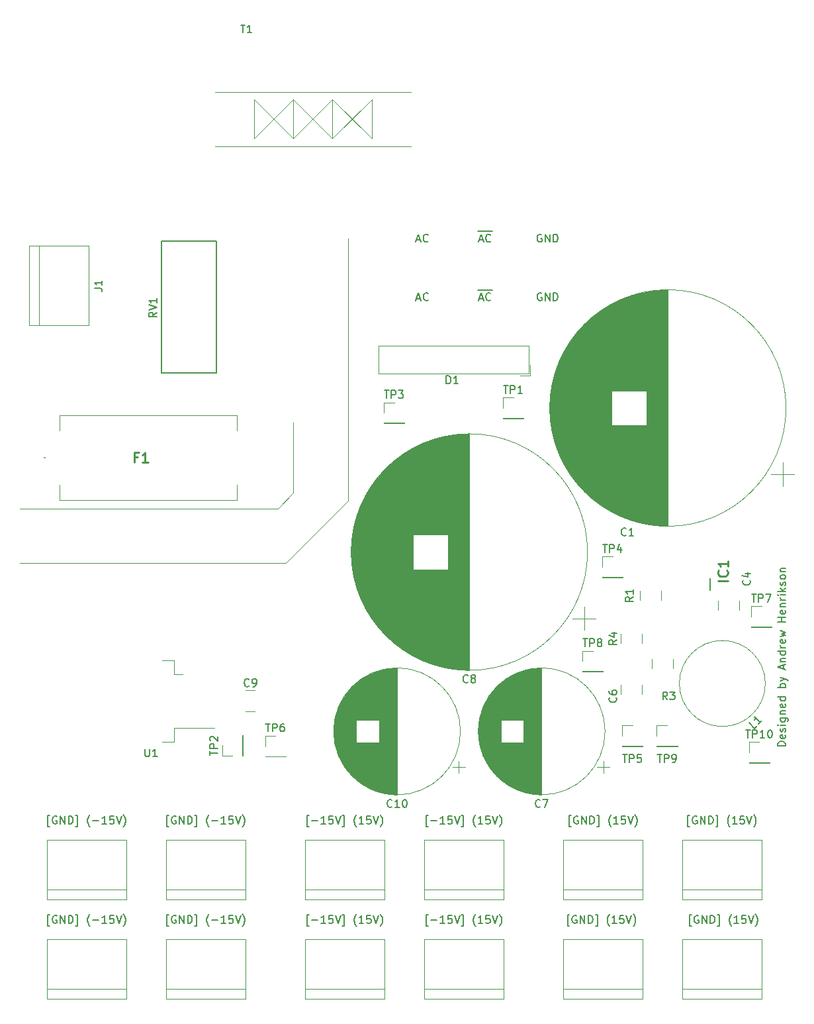
<source format=gto>
%TF.GenerationSoftware,KiCad,Pcbnew,(5.1.6)-1*%
%TF.CreationDate,2021-04-18T17:59:39-07:00*%
%TF.ProjectId,pwr_supply,7077725f-7375-4707-906c-792e6b696361,rev?*%
%TF.SameCoordinates,Original*%
%TF.FileFunction,Legend,Top*%
%TF.FilePolarity,Positive*%
%FSLAX46Y46*%
G04 Gerber Fmt 4.6, Leading zero omitted, Abs format (unit mm)*
G04 Created by KiCad (PCBNEW (5.1.6)-1) date 2021-04-18 17:59:39*
%MOMM*%
%LPD*%
G01*
G04 APERTURE LIST*
%ADD10C,0.150000*%
%ADD11C,0.120000*%
%ADD12C,0.100000*%
%ADD13C,0.200000*%
%ADD14C,0.254000*%
G04 APERTURE END LIST*
D10*
X4810714Y23344285D02*
X4572619Y23344285D01*
X4572619Y24772857D01*
X4810714Y24772857D01*
X5715476Y24630000D02*
X5620238Y24677619D01*
X5477380Y24677619D01*
X5334523Y24630000D01*
X5239285Y24534761D01*
X5191666Y24439523D01*
X5144047Y24249047D01*
X5144047Y24106190D01*
X5191666Y23915714D01*
X5239285Y23820476D01*
X5334523Y23725238D01*
X5477380Y23677619D01*
X5572619Y23677619D01*
X5715476Y23725238D01*
X5763095Y23772857D01*
X5763095Y24106190D01*
X5572619Y24106190D01*
X6191666Y23677619D02*
X6191666Y24677619D01*
X6763095Y23677619D01*
X6763095Y24677619D01*
X7239285Y23677619D02*
X7239285Y24677619D01*
X7477380Y24677619D01*
X7620238Y24630000D01*
X7715476Y24534761D01*
X7763095Y24439523D01*
X7810714Y24249047D01*
X7810714Y24106190D01*
X7763095Y23915714D01*
X7715476Y23820476D01*
X7620238Y23725238D01*
X7477380Y23677619D01*
X7239285Y23677619D01*
X8144047Y23344285D02*
X8382142Y23344285D01*
X8382142Y24772857D01*
X8144047Y24772857D01*
X9953571Y23296666D02*
X9905952Y23344285D01*
X9810714Y23487142D01*
X9763095Y23582380D01*
X9715476Y23725238D01*
X9667857Y23963333D01*
X9667857Y24153809D01*
X9715476Y24391904D01*
X9763095Y24534761D01*
X9810714Y24630000D01*
X9905952Y24772857D01*
X9953571Y24820476D01*
X10334523Y24058571D02*
X11096428Y24058571D01*
X12096428Y23677619D02*
X11525000Y23677619D01*
X11810714Y23677619D02*
X11810714Y24677619D01*
X11715476Y24534761D01*
X11620238Y24439523D01*
X11525000Y24391904D01*
X13001190Y24677619D02*
X12525000Y24677619D01*
X12477380Y24201428D01*
X12525000Y24249047D01*
X12620238Y24296666D01*
X12858333Y24296666D01*
X12953571Y24249047D01*
X13001190Y24201428D01*
X13048809Y24106190D01*
X13048809Y23868095D01*
X13001190Y23772857D01*
X12953571Y23725238D01*
X12858333Y23677619D01*
X12620238Y23677619D01*
X12525000Y23725238D01*
X12477380Y23772857D01*
X13334523Y24677619D02*
X13667857Y23677619D01*
X14001190Y24677619D01*
X14239285Y23296666D02*
X14286904Y23344285D01*
X14382142Y23487142D01*
X14429761Y23582380D01*
X14477380Y23725238D01*
X14525000Y23963333D01*
X14525000Y24153809D01*
X14477380Y24391904D01*
X14429761Y24534761D01*
X14382142Y24630000D01*
X14286904Y24772857D01*
X14239285Y24820476D01*
X4810714Y10644285D02*
X4572619Y10644285D01*
X4572619Y12072857D01*
X4810714Y12072857D01*
X5715476Y11930000D02*
X5620238Y11977619D01*
X5477380Y11977619D01*
X5334523Y11930000D01*
X5239285Y11834761D01*
X5191666Y11739523D01*
X5144047Y11549047D01*
X5144047Y11406190D01*
X5191666Y11215714D01*
X5239285Y11120476D01*
X5334523Y11025238D01*
X5477380Y10977619D01*
X5572619Y10977619D01*
X5715476Y11025238D01*
X5763095Y11072857D01*
X5763095Y11406190D01*
X5572619Y11406190D01*
X6191666Y10977619D02*
X6191666Y11977619D01*
X6763095Y10977619D01*
X6763095Y11977619D01*
X7239285Y10977619D02*
X7239285Y11977619D01*
X7477380Y11977619D01*
X7620238Y11930000D01*
X7715476Y11834761D01*
X7763095Y11739523D01*
X7810714Y11549047D01*
X7810714Y11406190D01*
X7763095Y11215714D01*
X7715476Y11120476D01*
X7620238Y11025238D01*
X7477380Y10977619D01*
X7239285Y10977619D01*
X8144047Y10644285D02*
X8382142Y10644285D01*
X8382142Y12072857D01*
X8144047Y12072857D01*
X9953571Y10596666D02*
X9905952Y10644285D01*
X9810714Y10787142D01*
X9763095Y10882380D01*
X9715476Y11025238D01*
X9667857Y11263333D01*
X9667857Y11453809D01*
X9715476Y11691904D01*
X9763095Y11834761D01*
X9810714Y11930000D01*
X9905952Y12072857D01*
X9953571Y12120476D01*
X10334523Y11358571D02*
X11096428Y11358571D01*
X12096428Y10977619D02*
X11525000Y10977619D01*
X11810714Y10977619D02*
X11810714Y11977619D01*
X11715476Y11834761D01*
X11620238Y11739523D01*
X11525000Y11691904D01*
X13001190Y11977619D02*
X12525000Y11977619D01*
X12477380Y11501428D01*
X12525000Y11549047D01*
X12620238Y11596666D01*
X12858333Y11596666D01*
X12953571Y11549047D01*
X13001190Y11501428D01*
X13048809Y11406190D01*
X13048809Y11168095D01*
X13001190Y11072857D01*
X12953571Y11025238D01*
X12858333Y10977619D01*
X12620238Y10977619D01*
X12525000Y11025238D01*
X12477380Y11072857D01*
X13334523Y11977619D02*
X13667857Y10977619D01*
X14001190Y11977619D01*
X14239285Y10596666D02*
X14286904Y10644285D01*
X14382142Y10787142D01*
X14429761Y10882380D01*
X14477380Y11025238D01*
X14525000Y11263333D01*
X14525000Y11453809D01*
X14477380Y11691904D01*
X14429761Y11834761D01*
X14382142Y11930000D01*
X14286904Y12072857D01*
X14239285Y12120476D01*
X20050714Y10644285D02*
X19812619Y10644285D01*
X19812619Y12072857D01*
X20050714Y12072857D01*
X20955476Y11930000D02*
X20860238Y11977619D01*
X20717380Y11977619D01*
X20574523Y11930000D01*
X20479285Y11834761D01*
X20431666Y11739523D01*
X20384047Y11549047D01*
X20384047Y11406190D01*
X20431666Y11215714D01*
X20479285Y11120476D01*
X20574523Y11025238D01*
X20717380Y10977619D01*
X20812619Y10977619D01*
X20955476Y11025238D01*
X21003095Y11072857D01*
X21003095Y11406190D01*
X20812619Y11406190D01*
X21431666Y10977619D02*
X21431666Y11977619D01*
X22003095Y10977619D01*
X22003095Y11977619D01*
X22479285Y10977619D02*
X22479285Y11977619D01*
X22717380Y11977619D01*
X22860238Y11930000D01*
X22955476Y11834761D01*
X23003095Y11739523D01*
X23050714Y11549047D01*
X23050714Y11406190D01*
X23003095Y11215714D01*
X22955476Y11120476D01*
X22860238Y11025238D01*
X22717380Y10977619D01*
X22479285Y10977619D01*
X23384047Y10644285D02*
X23622142Y10644285D01*
X23622142Y12072857D01*
X23384047Y12072857D01*
X25193571Y10596666D02*
X25145952Y10644285D01*
X25050714Y10787142D01*
X25003095Y10882380D01*
X24955476Y11025238D01*
X24907857Y11263333D01*
X24907857Y11453809D01*
X24955476Y11691904D01*
X25003095Y11834761D01*
X25050714Y11930000D01*
X25145952Y12072857D01*
X25193571Y12120476D01*
X25574523Y11358571D02*
X26336428Y11358571D01*
X27336428Y10977619D02*
X26765000Y10977619D01*
X27050714Y10977619D02*
X27050714Y11977619D01*
X26955476Y11834761D01*
X26860238Y11739523D01*
X26765000Y11691904D01*
X28241190Y11977619D02*
X27765000Y11977619D01*
X27717380Y11501428D01*
X27765000Y11549047D01*
X27860238Y11596666D01*
X28098333Y11596666D01*
X28193571Y11549047D01*
X28241190Y11501428D01*
X28288809Y11406190D01*
X28288809Y11168095D01*
X28241190Y11072857D01*
X28193571Y11025238D01*
X28098333Y10977619D01*
X27860238Y10977619D01*
X27765000Y11025238D01*
X27717380Y11072857D01*
X28574523Y11977619D02*
X28907857Y10977619D01*
X29241190Y11977619D01*
X29479285Y10596666D02*
X29526904Y10644285D01*
X29622142Y10787142D01*
X29669761Y10882380D01*
X29717380Y11025238D01*
X29765000Y11263333D01*
X29765000Y11453809D01*
X29717380Y11691904D01*
X29669761Y11834761D01*
X29622142Y11930000D01*
X29526904Y12072857D01*
X29479285Y12120476D01*
X20050714Y23344285D02*
X19812619Y23344285D01*
X19812619Y24772857D01*
X20050714Y24772857D01*
X20955476Y24630000D02*
X20860238Y24677619D01*
X20717380Y24677619D01*
X20574523Y24630000D01*
X20479285Y24534761D01*
X20431666Y24439523D01*
X20384047Y24249047D01*
X20384047Y24106190D01*
X20431666Y23915714D01*
X20479285Y23820476D01*
X20574523Y23725238D01*
X20717380Y23677619D01*
X20812619Y23677619D01*
X20955476Y23725238D01*
X21003095Y23772857D01*
X21003095Y24106190D01*
X20812619Y24106190D01*
X21431666Y23677619D02*
X21431666Y24677619D01*
X22003095Y23677619D01*
X22003095Y24677619D01*
X22479285Y23677619D02*
X22479285Y24677619D01*
X22717380Y24677619D01*
X22860238Y24630000D01*
X22955476Y24534761D01*
X23003095Y24439523D01*
X23050714Y24249047D01*
X23050714Y24106190D01*
X23003095Y23915714D01*
X22955476Y23820476D01*
X22860238Y23725238D01*
X22717380Y23677619D01*
X22479285Y23677619D01*
X23384047Y23344285D02*
X23622142Y23344285D01*
X23622142Y24772857D01*
X23384047Y24772857D01*
X25193571Y23296666D02*
X25145952Y23344285D01*
X25050714Y23487142D01*
X25003095Y23582380D01*
X24955476Y23725238D01*
X24907857Y23963333D01*
X24907857Y24153809D01*
X24955476Y24391904D01*
X25003095Y24534761D01*
X25050714Y24630000D01*
X25145952Y24772857D01*
X25193571Y24820476D01*
X25574523Y24058571D02*
X26336428Y24058571D01*
X27336428Y23677619D02*
X26765000Y23677619D01*
X27050714Y23677619D02*
X27050714Y24677619D01*
X26955476Y24534761D01*
X26860238Y24439523D01*
X26765000Y24391904D01*
X28241190Y24677619D02*
X27765000Y24677619D01*
X27717380Y24201428D01*
X27765000Y24249047D01*
X27860238Y24296666D01*
X28098333Y24296666D01*
X28193571Y24249047D01*
X28241190Y24201428D01*
X28288809Y24106190D01*
X28288809Y23868095D01*
X28241190Y23772857D01*
X28193571Y23725238D01*
X28098333Y23677619D01*
X27860238Y23677619D01*
X27765000Y23725238D01*
X27717380Y23772857D01*
X28574523Y24677619D02*
X28907857Y23677619D01*
X29241190Y24677619D01*
X29479285Y23296666D02*
X29526904Y23344285D01*
X29622142Y23487142D01*
X29669761Y23582380D01*
X29717380Y23725238D01*
X29765000Y23963333D01*
X29765000Y24153809D01*
X29717380Y24391904D01*
X29669761Y24534761D01*
X29622142Y24630000D01*
X29526904Y24772857D01*
X29479285Y24820476D01*
X37973571Y10644285D02*
X37735476Y10644285D01*
X37735476Y12072857D01*
X37973571Y12072857D01*
X38354523Y11358571D02*
X39116428Y11358571D01*
X40116428Y10977619D02*
X39545000Y10977619D01*
X39830714Y10977619D02*
X39830714Y11977619D01*
X39735476Y11834761D01*
X39640238Y11739523D01*
X39545000Y11691904D01*
X41021190Y11977619D02*
X40545000Y11977619D01*
X40497380Y11501428D01*
X40545000Y11549047D01*
X40640238Y11596666D01*
X40878333Y11596666D01*
X40973571Y11549047D01*
X41021190Y11501428D01*
X41068809Y11406190D01*
X41068809Y11168095D01*
X41021190Y11072857D01*
X40973571Y11025238D01*
X40878333Y10977619D01*
X40640238Y10977619D01*
X40545000Y11025238D01*
X40497380Y11072857D01*
X41354523Y11977619D02*
X41687857Y10977619D01*
X42021190Y11977619D01*
X42259285Y10644285D02*
X42497380Y10644285D01*
X42497380Y12072857D01*
X42259285Y12072857D01*
X44068809Y10596666D02*
X44021190Y10644285D01*
X43925952Y10787142D01*
X43878333Y10882380D01*
X43830714Y11025238D01*
X43783095Y11263333D01*
X43783095Y11453809D01*
X43830714Y11691904D01*
X43878333Y11834761D01*
X43925952Y11930000D01*
X44021190Y12072857D01*
X44068809Y12120476D01*
X44973571Y10977619D02*
X44402142Y10977619D01*
X44687857Y10977619D02*
X44687857Y11977619D01*
X44592619Y11834761D01*
X44497380Y11739523D01*
X44402142Y11691904D01*
X45878333Y11977619D02*
X45402142Y11977619D01*
X45354523Y11501428D01*
X45402142Y11549047D01*
X45497380Y11596666D01*
X45735476Y11596666D01*
X45830714Y11549047D01*
X45878333Y11501428D01*
X45925952Y11406190D01*
X45925952Y11168095D01*
X45878333Y11072857D01*
X45830714Y11025238D01*
X45735476Y10977619D01*
X45497380Y10977619D01*
X45402142Y11025238D01*
X45354523Y11072857D01*
X46211666Y11977619D02*
X46545000Y10977619D01*
X46878333Y11977619D01*
X47116428Y10596666D02*
X47164047Y10644285D01*
X47259285Y10787142D01*
X47306904Y10882380D01*
X47354523Y11025238D01*
X47402142Y11263333D01*
X47402142Y11453809D01*
X47354523Y11691904D01*
X47306904Y11834761D01*
X47259285Y11930000D01*
X47164047Y12072857D01*
X47116428Y12120476D01*
X53213571Y10644285D02*
X52975476Y10644285D01*
X52975476Y12072857D01*
X53213571Y12072857D01*
X53594523Y11358571D02*
X54356428Y11358571D01*
X55356428Y10977619D02*
X54785000Y10977619D01*
X55070714Y10977619D02*
X55070714Y11977619D01*
X54975476Y11834761D01*
X54880238Y11739523D01*
X54785000Y11691904D01*
X56261190Y11977619D02*
X55785000Y11977619D01*
X55737380Y11501428D01*
X55785000Y11549047D01*
X55880238Y11596666D01*
X56118333Y11596666D01*
X56213571Y11549047D01*
X56261190Y11501428D01*
X56308809Y11406190D01*
X56308809Y11168095D01*
X56261190Y11072857D01*
X56213571Y11025238D01*
X56118333Y10977619D01*
X55880238Y10977619D01*
X55785000Y11025238D01*
X55737380Y11072857D01*
X56594523Y11977619D02*
X56927857Y10977619D01*
X57261190Y11977619D01*
X57499285Y10644285D02*
X57737380Y10644285D01*
X57737380Y12072857D01*
X57499285Y12072857D01*
X59308809Y10596666D02*
X59261190Y10644285D01*
X59165952Y10787142D01*
X59118333Y10882380D01*
X59070714Y11025238D01*
X59023095Y11263333D01*
X59023095Y11453809D01*
X59070714Y11691904D01*
X59118333Y11834761D01*
X59165952Y11930000D01*
X59261190Y12072857D01*
X59308809Y12120476D01*
X60213571Y10977619D02*
X59642142Y10977619D01*
X59927857Y10977619D02*
X59927857Y11977619D01*
X59832619Y11834761D01*
X59737380Y11739523D01*
X59642142Y11691904D01*
X61118333Y11977619D02*
X60642142Y11977619D01*
X60594523Y11501428D01*
X60642142Y11549047D01*
X60737380Y11596666D01*
X60975476Y11596666D01*
X61070714Y11549047D01*
X61118333Y11501428D01*
X61165952Y11406190D01*
X61165952Y11168095D01*
X61118333Y11072857D01*
X61070714Y11025238D01*
X60975476Y10977619D01*
X60737380Y10977619D01*
X60642142Y11025238D01*
X60594523Y11072857D01*
X61451666Y11977619D02*
X61785000Y10977619D01*
X62118333Y11977619D01*
X62356428Y10596666D02*
X62404047Y10644285D01*
X62499285Y10787142D01*
X62546904Y10882380D01*
X62594523Y11025238D01*
X62642142Y11263333D01*
X62642142Y11453809D01*
X62594523Y11691904D01*
X62546904Y11834761D01*
X62499285Y11930000D01*
X62404047Y12072857D01*
X62356428Y12120476D01*
X37973571Y23344285D02*
X37735476Y23344285D01*
X37735476Y24772857D01*
X37973571Y24772857D01*
X38354523Y24058571D02*
X39116428Y24058571D01*
X40116428Y23677619D02*
X39545000Y23677619D01*
X39830714Y23677619D02*
X39830714Y24677619D01*
X39735476Y24534761D01*
X39640238Y24439523D01*
X39545000Y24391904D01*
X41021190Y24677619D02*
X40545000Y24677619D01*
X40497380Y24201428D01*
X40545000Y24249047D01*
X40640238Y24296666D01*
X40878333Y24296666D01*
X40973571Y24249047D01*
X41021190Y24201428D01*
X41068809Y24106190D01*
X41068809Y23868095D01*
X41021190Y23772857D01*
X40973571Y23725238D01*
X40878333Y23677619D01*
X40640238Y23677619D01*
X40545000Y23725238D01*
X40497380Y23772857D01*
X41354523Y24677619D02*
X41687857Y23677619D01*
X42021190Y24677619D01*
X42259285Y23344285D02*
X42497380Y23344285D01*
X42497380Y24772857D01*
X42259285Y24772857D01*
X44068809Y23296666D02*
X44021190Y23344285D01*
X43925952Y23487142D01*
X43878333Y23582380D01*
X43830714Y23725238D01*
X43783095Y23963333D01*
X43783095Y24153809D01*
X43830714Y24391904D01*
X43878333Y24534761D01*
X43925952Y24630000D01*
X44021190Y24772857D01*
X44068809Y24820476D01*
X44973571Y23677619D02*
X44402142Y23677619D01*
X44687857Y23677619D02*
X44687857Y24677619D01*
X44592619Y24534761D01*
X44497380Y24439523D01*
X44402142Y24391904D01*
X45878333Y24677619D02*
X45402142Y24677619D01*
X45354523Y24201428D01*
X45402142Y24249047D01*
X45497380Y24296666D01*
X45735476Y24296666D01*
X45830714Y24249047D01*
X45878333Y24201428D01*
X45925952Y24106190D01*
X45925952Y23868095D01*
X45878333Y23772857D01*
X45830714Y23725238D01*
X45735476Y23677619D01*
X45497380Y23677619D01*
X45402142Y23725238D01*
X45354523Y23772857D01*
X46211666Y24677619D02*
X46545000Y23677619D01*
X46878333Y24677619D01*
X47116428Y23296666D02*
X47164047Y23344285D01*
X47259285Y23487142D01*
X47306904Y23582380D01*
X47354523Y23725238D01*
X47402142Y23963333D01*
X47402142Y24153809D01*
X47354523Y24391904D01*
X47306904Y24534761D01*
X47259285Y24630000D01*
X47164047Y24772857D01*
X47116428Y24820476D01*
X53213571Y23344285D02*
X52975476Y23344285D01*
X52975476Y24772857D01*
X53213571Y24772857D01*
X53594523Y24058571D02*
X54356428Y24058571D01*
X55356428Y23677619D02*
X54785000Y23677619D01*
X55070714Y23677619D02*
X55070714Y24677619D01*
X54975476Y24534761D01*
X54880238Y24439523D01*
X54785000Y24391904D01*
X56261190Y24677619D02*
X55785000Y24677619D01*
X55737380Y24201428D01*
X55785000Y24249047D01*
X55880238Y24296666D01*
X56118333Y24296666D01*
X56213571Y24249047D01*
X56261190Y24201428D01*
X56308809Y24106190D01*
X56308809Y23868095D01*
X56261190Y23772857D01*
X56213571Y23725238D01*
X56118333Y23677619D01*
X55880238Y23677619D01*
X55785000Y23725238D01*
X55737380Y23772857D01*
X56594523Y24677619D02*
X56927857Y23677619D01*
X57261190Y24677619D01*
X57499285Y23344285D02*
X57737380Y23344285D01*
X57737380Y24772857D01*
X57499285Y24772857D01*
X59308809Y23296666D02*
X59261190Y23344285D01*
X59165952Y23487142D01*
X59118333Y23582380D01*
X59070714Y23725238D01*
X59023095Y23963333D01*
X59023095Y24153809D01*
X59070714Y24391904D01*
X59118333Y24534761D01*
X59165952Y24630000D01*
X59261190Y24772857D01*
X59308809Y24820476D01*
X60213571Y23677619D02*
X59642142Y23677619D01*
X59927857Y23677619D02*
X59927857Y24677619D01*
X59832619Y24534761D01*
X59737380Y24439523D01*
X59642142Y24391904D01*
X61118333Y24677619D02*
X60642142Y24677619D01*
X60594523Y24201428D01*
X60642142Y24249047D01*
X60737380Y24296666D01*
X60975476Y24296666D01*
X61070714Y24249047D01*
X61118333Y24201428D01*
X61165952Y24106190D01*
X61165952Y23868095D01*
X61118333Y23772857D01*
X61070714Y23725238D01*
X60975476Y23677619D01*
X60737380Y23677619D01*
X60642142Y23725238D01*
X60594523Y23772857D01*
X61451666Y24677619D02*
X61785000Y23677619D01*
X62118333Y24677619D01*
X62356428Y23296666D02*
X62404047Y23344285D01*
X62499285Y23487142D01*
X62546904Y23582380D01*
X62594523Y23725238D01*
X62642142Y23963333D01*
X62642142Y24153809D01*
X62594523Y24391904D01*
X62546904Y24534761D01*
X62499285Y24630000D01*
X62404047Y24772857D01*
X62356428Y24820476D01*
X86904761Y10644285D02*
X86666666Y10644285D01*
X86666666Y12072857D01*
X86904761Y12072857D01*
X87809523Y11930000D02*
X87714285Y11977619D01*
X87571428Y11977619D01*
X87428571Y11930000D01*
X87333333Y11834761D01*
X87285714Y11739523D01*
X87238095Y11549047D01*
X87238095Y11406190D01*
X87285714Y11215714D01*
X87333333Y11120476D01*
X87428571Y11025238D01*
X87571428Y10977619D01*
X87666666Y10977619D01*
X87809523Y11025238D01*
X87857142Y11072857D01*
X87857142Y11406190D01*
X87666666Y11406190D01*
X88285714Y10977619D02*
X88285714Y11977619D01*
X88857142Y10977619D01*
X88857142Y11977619D01*
X89333333Y10977619D02*
X89333333Y11977619D01*
X89571428Y11977619D01*
X89714285Y11930000D01*
X89809523Y11834761D01*
X89857142Y11739523D01*
X89904761Y11549047D01*
X89904761Y11406190D01*
X89857142Y11215714D01*
X89809523Y11120476D01*
X89714285Y11025238D01*
X89571428Y10977619D01*
X89333333Y10977619D01*
X90238095Y10644285D02*
X90476190Y10644285D01*
X90476190Y12072857D01*
X90238095Y12072857D01*
X92047619Y10596666D02*
X92000000Y10644285D01*
X91904761Y10787142D01*
X91857142Y10882380D01*
X91809523Y11025238D01*
X91761904Y11263333D01*
X91761904Y11453809D01*
X91809523Y11691904D01*
X91857142Y11834761D01*
X91904761Y11930000D01*
X92000000Y12072857D01*
X92047619Y12120476D01*
X92952380Y10977619D02*
X92380952Y10977619D01*
X92666666Y10977619D02*
X92666666Y11977619D01*
X92571428Y11834761D01*
X92476190Y11739523D01*
X92380952Y11691904D01*
X93857142Y11977619D02*
X93380952Y11977619D01*
X93333333Y11501428D01*
X93380952Y11549047D01*
X93476190Y11596666D01*
X93714285Y11596666D01*
X93809523Y11549047D01*
X93857142Y11501428D01*
X93904761Y11406190D01*
X93904761Y11168095D01*
X93857142Y11072857D01*
X93809523Y11025238D01*
X93714285Y10977619D01*
X93476190Y10977619D01*
X93380952Y11025238D01*
X93333333Y11072857D01*
X94190476Y11977619D02*
X94523809Y10977619D01*
X94857142Y11977619D01*
X95095238Y10596666D02*
X95142857Y10644285D01*
X95238095Y10787142D01*
X95285714Y10882380D01*
X95333333Y11025238D01*
X95380952Y11263333D01*
X95380952Y11453809D01*
X95333333Y11691904D01*
X95285714Y11834761D01*
X95238095Y11930000D01*
X95142857Y12072857D01*
X95095238Y12120476D01*
X71304761Y10644285D02*
X71066666Y10644285D01*
X71066666Y12072857D01*
X71304761Y12072857D01*
X72209523Y11930000D02*
X72114285Y11977619D01*
X71971428Y11977619D01*
X71828571Y11930000D01*
X71733333Y11834761D01*
X71685714Y11739523D01*
X71638095Y11549047D01*
X71638095Y11406190D01*
X71685714Y11215714D01*
X71733333Y11120476D01*
X71828571Y11025238D01*
X71971428Y10977619D01*
X72066666Y10977619D01*
X72209523Y11025238D01*
X72257142Y11072857D01*
X72257142Y11406190D01*
X72066666Y11406190D01*
X72685714Y10977619D02*
X72685714Y11977619D01*
X73257142Y10977619D01*
X73257142Y11977619D01*
X73733333Y10977619D02*
X73733333Y11977619D01*
X73971428Y11977619D01*
X74114285Y11930000D01*
X74209523Y11834761D01*
X74257142Y11739523D01*
X74304761Y11549047D01*
X74304761Y11406190D01*
X74257142Y11215714D01*
X74209523Y11120476D01*
X74114285Y11025238D01*
X73971428Y10977619D01*
X73733333Y10977619D01*
X74638095Y10644285D02*
X74876190Y10644285D01*
X74876190Y12072857D01*
X74638095Y12072857D01*
X76447619Y10596666D02*
X76400000Y10644285D01*
X76304761Y10787142D01*
X76257142Y10882380D01*
X76209523Y11025238D01*
X76161904Y11263333D01*
X76161904Y11453809D01*
X76209523Y11691904D01*
X76257142Y11834761D01*
X76304761Y11930000D01*
X76400000Y12072857D01*
X76447619Y12120476D01*
X77352380Y10977619D02*
X76780952Y10977619D01*
X77066666Y10977619D02*
X77066666Y11977619D01*
X76971428Y11834761D01*
X76876190Y11739523D01*
X76780952Y11691904D01*
X78257142Y11977619D02*
X77780952Y11977619D01*
X77733333Y11501428D01*
X77780952Y11549047D01*
X77876190Y11596666D01*
X78114285Y11596666D01*
X78209523Y11549047D01*
X78257142Y11501428D01*
X78304761Y11406190D01*
X78304761Y11168095D01*
X78257142Y11072857D01*
X78209523Y11025238D01*
X78114285Y10977619D01*
X77876190Y10977619D01*
X77780952Y11025238D01*
X77733333Y11072857D01*
X78590476Y11977619D02*
X78923809Y10977619D01*
X79257142Y11977619D01*
X79495238Y10596666D02*
X79542857Y10644285D01*
X79638095Y10787142D01*
X79685714Y10882380D01*
X79733333Y11025238D01*
X79780952Y11263333D01*
X79780952Y11453809D01*
X79733333Y11691904D01*
X79685714Y11834761D01*
X79638095Y11930000D01*
X79542857Y12072857D01*
X79495238Y12120476D01*
X71504761Y23344285D02*
X71266666Y23344285D01*
X71266666Y24772857D01*
X71504761Y24772857D01*
X72409523Y24630000D02*
X72314285Y24677619D01*
X72171428Y24677619D01*
X72028571Y24630000D01*
X71933333Y24534761D01*
X71885714Y24439523D01*
X71838095Y24249047D01*
X71838095Y24106190D01*
X71885714Y23915714D01*
X71933333Y23820476D01*
X72028571Y23725238D01*
X72171428Y23677619D01*
X72266666Y23677619D01*
X72409523Y23725238D01*
X72457142Y23772857D01*
X72457142Y24106190D01*
X72266666Y24106190D01*
X72885714Y23677619D02*
X72885714Y24677619D01*
X73457142Y23677619D01*
X73457142Y24677619D01*
X73933333Y23677619D02*
X73933333Y24677619D01*
X74171428Y24677619D01*
X74314285Y24630000D01*
X74409523Y24534761D01*
X74457142Y24439523D01*
X74504761Y24249047D01*
X74504761Y24106190D01*
X74457142Y23915714D01*
X74409523Y23820476D01*
X74314285Y23725238D01*
X74171428Y23677619D01*
X73933333Y23677619D01*
X74838095Y23344285D02*
X75076190Y23344285D01*
X75076190Y24772857D01*
X74838095Y24772857D01*
X76647619Y23296666D02*
X76600000Y23344285D01*
X76504761Y23487142D01*
X76457142Y23582380D01*
X76409523Y23725238D01*
X76361904Y23963333D01*
X76361904Y24153809D01*
X76409523Y24391904D01*
X76457142Y24534761D01*
X76504761Y24630000D01*
X76600000Y24772857D01*
X76647619Y24820476D01*
X77552380Y23677619D02*
X76980952Y23677619D01*
X77266666Y23677619D02*
X77266666Y24677619D01*
X77171428Y24534761D01*
X77076190Y24439523D01*
X76980952Y24391904D01*
X78457142Y24677619D02*
X77980952Y24677619D01*
X77933333Y24201428D01*
X77980952Y24249047D01*
X78076190Y24296666D01*
X78314285Y24296666D01*
X78409523Y24249047D01*
X78457142Y24201428D01*
X78504761Y24106190D01*
X78504761Y23868095D01*
X78457142Y23772857D01*
X78409523Y23725238D01*
X78314285Y23677619D01*
X78076190Y23677619D01*
X77980952Y23725238D01*
X77933333Y23772857D01*
X78790476Y24677619D02*
X79123809Y23677619D01*
X79457142Y24677619D01*
X79695238Y23296666D02*
X79742857Y23344285D01*
X79838095Y23487142D01*
X79885714Y23582380D01*
X79933333Y23725238D01*
X79980952Y23963333D01*
X79980952Y24153809D01*
X79933333Y24391904D01*
X79885714Y24534761D01*
X79838095Y24630000D01*
X79742857Y24772857D01*
X79695238Y24820476D01*
X86704761Y23344285D02*
X86466666Y23344285D01*
X86466666Y24772857D01*
X86704761Y24772857D01*
X87609523Y24630000D02*
X87514285Y24677619D01*
X87371428Y24677619D01*
X87228571Y24630000D01*
X87133333Y24534761D01*
X87085714Y24439523D01*
X87038095Y24249047D01*
X87038095Y24106190D01*
X87085714Y23915714D01*
X87133333Y23820476D01*
X87228571Y23725238D01*
X87371428Y23677619D01*
X87466666Y23677619D01*
X87609523Y23725238D01*
X87657142Y23772857D01*
X87657142Y24106190D01*
X87466666Y24106190D01*
X88085714Y23677619D02*
X88085714Y24677619D01*
X88657142Y23677619D01*
X88657142Y24677619D01*
X89133333Y23677619D02*
X89133333Y24677619D01*
X89371428Y24677619D01*
X89514285Y24630000D01*
X89609523Y24534761D01*
X89657142Y24439523D01*
X89704761Y24249047D01*
X89704761Y24106190D01*
X89657142Y23915714D01*
X89609523Y23820476D01*
X89514285Y23725238D01*
X89371428Y23677619D01*
X89133333Y23677619D01*
X90038095Y23344285D02*
X90276190Y23344285D01*
X90276190Y24772857D01*
X90038095Y24772857D01*
X91847619Y23296666D02*
X91800000Y23344285D01*
X91704761Y23487142D01*
X91657142Y23582380D01*
X91609523Y23725238D01*
X91561904Y23963333D01*
X91561904Y24153809D01*
X91609523Y24391904D01*
X91657142Y24534761D01*
X91704761Y24630000D01*
X91800000Y24772857D01*
X91847619Y24820476D01*
X92752380Y23677619D02*
X92180952Y23677619D01*
X92466666Y23677619D02*
X92466666Y24677619D01*
X92371428Y24534761D01*
X92276190Y24439523D01*
X92180952Y24391904D01*
X93657142Y24677619D02*
X93180952Y24677619D01*
X93133333Y24201428D01*
X93180952Y24249047D01*
X93276190Y24296666D01*
X93514285Y24296666D01*
X93609523Y24249047D01*
X93657142Y24201428D01*
X93704761Y24106190D01*
X93704761Y23868095D01*
X93657142Y23772857D01*
X93609523Y23725238D01*
X93514285Y23677619D01*
X93276190Y23677619D01*
X93180952Y23725238D01*
X93133333Y23772857D01*
X93990476Y24677619D02*
X94323809Y23677619D01*
X94657142Y24677619D01*
X94895238Y23296666D02*
X94942857Y23344285D01*
X95038095Y23487142D01*
X95085714Y23582380D01*
X95133333Y23725238D01*
X95180952Y23963333D01*
X95180952Y24153809D01*
X95133333Y24391904D01*
X95085714Y24534761D01*
X95038095Y24630000D01*
X94942857Y24772857D01*
X94895238Y24820476D01*
X67738095Y91500000D02*
X67642857Y91547619D01*
X67500000Y91547619D01*
X67357142Y91500000D01*
X67261904Y91404761D01*
X67214285Y91309523D01*
X67166666Y91119047D01*
X67166666Y90976190D01*
X67214285Y90785714D01*
X67261904Y90690476D01*
X67357142Y90595238D01*
X67500000Y90547619D01*
X67595238Y90547619D01*
X67738095Y90595238D01*
X67785714Y90642857D01*
X67785714Y90976190D01*
X67595238Y90976190D01*
X68214285Y90547619D02*
X68214285Y91547619D01*
X68785714Y90547619D01*
X68785714Y91547619D01*
X69261904Y90547619D02*
X69261904Y91547619D01*
X69500000Y91547619D01*
X69642857Y91500000D01*
X69738095Y91404761D01*
X69785714Y91309523D01*
X69833333Y91119047D01*
X69833333Y90976190D01*
X69785714Y90785714D01*
X69738095Y90690476D01*
X69642857Y90595238D01*
X69500000Y90547619D01*
X69261904Y90547619D01*
X67738095Y99000000D02*
X67642857Y99047619D01*
X67500000Y99047619D01*
X67357142Y99000000D01*
X67261904Y98904761D01*
X67214285Y98809523D01*
X67166666Y98619047D01*
X67166666Y98476190D01*
X67214285Y98285714D01*
X67261904Y98190476D01*
X67357142Y98095238D01*
X67500000Y98047619D01*
X67595238Y98047619D01*
X67738095Y98095238D01*
X67785714Y98142857D01*
X67785714Y98476190D01*
X67595238Y98476190D01*
X68214285Y98047619D02*
X68214285Y99047619D01*
X68785714Y98047619D01*
X68785714Y99047619D01*
X69261904Y98047619D02*
X69261904Y99047619D01*
X69500000Y99047619D01*
X69642857Y99000000D01*
X69738095Y98904761D01*
X69785714Y98809523D01*
X69833333Y98619047D01*
X69833333Y98476190D01*
X69785714Y98285714D01*
X69738095Y98190476D01*
X69642857Y98095238D01*
X69500000Y98047619D01*
X69261904Y98047619D01*
X59571428Y99415000D02*
X60428571Y99415000D01*
X59761904Y98333333D02*
X60238095Y98333333D01*
X59666666Y98047619D02*
X60000000Y99047619D01*
X60333333Y98047619D01*
X60428571Y99415000D02*
X61428571Y99415000D01*
X61238095Y98142857D02*
X61190476Y98095238D01*
X61047619Y98047619D01*
X60952380Y98047619D01*
X60809523Y98095238D01*
X60714285Y98190476D01*
X60666666Y98285714D01*
X60619047Y98476190D01*
X60619047Y98619047D01*
X60666666Y98809523D01*
X60714285Y98904761D01*
X60809523Y99000000D01*
X60952380Y99047619D01*
X61047619Y99047619D01*
X61190476Y99000000D01*
X61238095Y98952380D01*
X51761904Y98333333D02*
X52238095Y98333333D01*
X51666666Y98047619D02*
X52000000Y99047619D01*
X52333333Y98047619D01*
X53238095Y98142857D02*
X53190476Y98095238D01*
X53047619Y98047619D01*
X52952380Y98047619D01*
X52809523Y98095238D01*
X52714285Y98190476D01*
X52666666Y98285714D01*
X52619047Y98476190D01*
X52619047Y98619047D01*
X52666666Y98809523D01*
X52714285Y98904761D01*
X52809523Y99000000D01*
X52952380Y99047619D01*
X53047619Y99047619D01*
X53190476Y99000000D01*
X53238095Y98952380D01*
X59571428Y91915000D02*
X60428571Y91915000D01*
X59761904Y90833333D02*
X60238095Y90833333D01*
X59666666Y90547619D02*
X60000000Y91547619D01*
X60333333Y90547619D01*
X60428571Y91915000D02*
X61428571Y91915000D01*
X61238095Y90642857D02*
X61190476Y90595238D01*
X61047619Y90547619D01*
X60952380Y90547619D01*
X60809523Y90595238D01*
X60714285Y90690476D01*
X60666666Y90785714D01*
X60619047Y90976190D01*
X60619047Y91119047D01*
X60666666Y91309523D01*
X60714285Y91404761D01*
X60809523Y91500000D01*
X60952380Y91547619D01*
X61047619Y91547619D01*
X61190476Y91500000D01*
X61238095Y91452380D01*
X51761904Y90833333D02*
X52238095Y90833333D01*
X51666666Y90547619D02*
X52000000Y91547619D01*
X52333333Y90547619D01*
X53238095Y90642857D02*
X53190476Y90595238D01*
X53047619Y90547619D01*
X52952380Y90547619D01*
X52809523Y90595238D01*
X52714285Y90690476D01*
X52666666Y90785714D01*
X52619047Y90976190D01*
X52619047Y91119047D01*
X52666666Y91309523D01*
X52714285Y91404761D01*
X52809523Y91500000D01*
X52952380Y91547619D01*
X53047619Y91547619D01*
X53190476Y91500000D01*
X53238095Y91452380D01*
D11*
X36000000Y75000000D02*
X36000000Y66000000D01*
X35000000Y57000000D02*
X1000000Y57000000D01*
X43000000Y65000000D02*
X35000000Y57000000D01*
X43000000Y98500000D02*
X43000000Y65000000D01*
X34000000Y64000000D02*
X1000000Y64000000D01*
X36000000Y66000000D02*
X34000000Y64000000D01*
D10*
X98952380Y33642857D02*
X97952380Y33642857D01*
X97952380Y33880952D01*
X98000000Y34023809D01*
X98095238Y34119047D01*
X98190476Y34166666D01*
X98380952Y34214285D01*
X98523809Y34214285D01*
X98714285Y34166666D01*
X98809523Y34119047D01*
X98904761Y34023809D01*
X98952380Y33880952D01*
X98952380Y33642857D01*
X98904761Y35023809D02*
X98952380Y34928571D01*
X98952380Y34738095D01*
X98904761Y34642857D01*
X98809523Y34595238D01*
X98428571Y34595238D01*
X98333333Y34642857D01*
X98285714Y34738095D01*
X98285714Y34928571D01*
X98333333Y35023809D01*
X98428571Y35071428D01*
X98523809Y35071428D01*
X98619047Y34595238D01*
X98904761Y35452380D02*
X98952380Y35547619D01*
X98952380Y35738095D01*
X98904761Y35833333D01*
X98809523Y35880952D01*
X98761904Y35880952D01*
X98666666Y35833333D01*
X98619047Y35738095D01*
X98619047Y35595238D01*
X98571428Y35500000D01*
X98476190Y35452380D01*
X98428571Y35452380D01*
X98333333Y35500000D01*
X98285714Y35595238D01*
X98285714Y35738095D01*
X98333333Y35833333D01*
X98952380Y36309523D02*
X98285714Y36309523D01*
X97952380Y36309523D02*
X98000000Y36261904D01*
X98047619Y36309523D01*
X98000000Y36357142D01*
X97952380Y36309523D01*
X98047619Y36309523D01*
X98285714Y37214285D02*
X99095238Y37214285D01*
X99190476Y37166666D01*
X99238095Y37119047D01*
X99285714Y37023809D01*
X99285714Y36880952D01*
X99238095Y36785714D01*
X98904761Y37214285D02*
X98952380Y37119047D01*
X98952380Y36928571D01*
X98904761Y36833333D01*
X98857142Y36785714D01*
X98761904Y36738095D01*
X98476190Y36738095D01*
X98380952Y36785714D01*
X98333333Y36833333D01*
X98285714Y36928571D01*
X98285714Y37119047D01*
X98333333Y37214285D01*
X98285714Y37690476D02*
X98952380Y37690476D01*
X98380952Y37690476D02*
X98333333Y37738095D01*
X98285714Y37833333D01*
X98285714Y37976190D01*
X98333333Y38071428D01*
X98428571Y38119047D01*
X98952380Y38119047D01*
X98904761Y38976190D02*
X98952380Y38880952D01*
X98952380Y38690476D01*
X98904761Y38595238D01*
X98809523Y38547619D01*
X98428571Y38547619D01*
X98333333Y38595238D01*
X98285714Y38690476D01*
X98285714Y38880952D01*
X98333333Y38976190D01*
X98428571Y39023809D01*
X98523809Y39023809D01*
X98619047Y38547619D01*
X98952380Y39880952D02*
X97952380Y39880952D01*
X98904761Y39880952D02*
X98952380Y39785714D01*
X98952380Y39595238D01*
X98904761Y39500000D01*
X98857142Y39452380D01*
X98761904Y39404761D01*
X98476190Y39404761D01*
X98380952Y39452380D01*
X98333333Y39500000D01*
X98285714Y39595238D01*
X98285714Y39785714D01*
X98333333Y39880952D01*
X98952380Y41119047D02*
X97952380Y41119047D01*
X98333333Y41119047D02*
X98285714Y41214285D01*
X98285714Y41404761D01*
X98333333Y41500000D01*
X98380952Y41547619D01*
X98476190Y41595238D01*
X98761904Y41595238D01*
X98857142Y41547619D01*
X98904761Y41500000D01*
X98952380Y41404761D01*
X98952380Y41214285D01*
X98904761Y41119047D01*
X98285714Y41928571D02*
X98952380Y42166666D01*
X98285714Y42404761D02*
X98952380Y42166666D01*
X99190476Y42071428D01*
X99238095Y42023809D01*
X99285714Y41928571D01*
X98666666Y43500000D02*
X98666666Y43976190D01*
X98952380Y43404761D02*
X97952380Y43738095D01*
X98952380Y44071428D01*
X98285714Y44404761D02*
X98952380Y44404761D01*
X98380952Y44404761D02*
X98333333Y44452380D01*
X98285714Y44547619D01*
X98285714Y44690476D01*
X98333333Y44785714D01*
X98428571Y44833333D01*
X98952380Y44833333D01*
X98952380Y45738095D02*
X97952380Y45738095D01*
X98904761Y45738095D02*
X98952380Y45642857D01*
X98952380Y45452380D01*
X98904761Y45357142D01*
X98857142Y45309523D01*
X98761904Y45261904D01*
X98476190Y45261904D01*
X98380952Y45309523D01*
X98333333Y45357142D01*
X98285714Y45452380D01*
X98285714Y45642857D01*
X98333333Y45738095D01*
X98952380Y46214285D02*
X98285714Y46214285D01*
X98476190Y46214285D02*
X98380952Y46261904D01*
X98333333Y46309523D01*
X98285714Y46404761D01*
X98285714Y46500000D01*
X98904761Y47214285D02*
X98952380Y47119047D01*
X98952380Y46928571D01*
X98904761Y46833333D01*
X98809523Y46785714D01*
X98428571Y46785714D01*
X98333333Y46833333D01*
X98285714Y46928571D01*
X98285714Y47119047D01*
X98333333Y47214285D01*
X98428571Y47261904D01*
X98523809Y47261904D01*
X98619047Y46785714D01*
X98285714Y47595238D02*
X98952380Y47785714D01*
X98476190Y47976190D01*
X98952380Y48166666D01*
X98285714Y48357142D01*
X98952380Y49500000D02*
X97952380Y49500000D01*
X98428571Y49500000D02*
X98428571Y50071428D01*
X98952380Y50071428D02*
X97952380Y50071428D01*
X98904761Y50928571D02*
X98952380Y50833333D01*
X98952380Y50642857D01*
X98904761Y50547619D01*
X98809523Y50500000D01*
X98428571Y50500000D01*
X98333333Y50547619D01*
X98285714Y50642857D01*
X98285714Y50833333D01*
X98333333Y50928571D01*
X98428571Y50976190D01*
X98523809Y50976190D01*
X98619047Y50500000D01*
X98285714Y51404761D02*
X98952380Y51404761D01*
X98380952Y51404761D02*
X98333333Y51452380D01*
X98285714Y51547619D01*
X98285714Y51690476D01*
X98333333Y51785714D01*
X98428571Y51833333D01*
X98952380Y51833333D01*
X98952380Y52309523D02*
X98285714Y52309523D01*
X98476190Y52309523D02*
X98380952Y52357142D01*
X98333333Y52404761D01*
X98285714Y52500000D01*
X98285714Y52595238D01*
X98952380Y52928571D02*
X98285714Y52928571D01*
X97952380Y52928571D02*
X98000000Y52880952D01*
X98047619Y52928571D01*
X98000000Y52976190D01*
X97952380Y52928571D01*
X98047619Y52928571D01*
X98952380Y53404761D02*
X97952380Y53404761D01*
X98571428Y53500000D02*
X98952380Y53785714D01*
X98285714Y53785714D02*
X98666666Y53404761D01*
X98904761Y54166666D02*
X98952380Y54261904D01*
X98952380Y54452380D01*
X98904761Y54547619D01*
X98809523Y54595238D01*
X98761904Y54595238D01*
X98666666Y54547619D01*
X98619047Y54452380D01*
X98619047Y54309523D01*
X98571428Y54214285D01*
X98476190Y54166666D01*
X98428571Y54166666D01*
X98333333Y54214285D01*
X98285714Y54309523D01*
X98285714Y54452380D01*
X98333333Y54547619D01*
X98952380Y55166666D02*
X98904761Y55071428D01*
X98857142Y55023809D01*
X98761904Y54976190D01*
X98476190Y54976190D01*
X98380952Y55023809D01*
X98333333Y55071428D01*
X98285714Y55166666D01*
X98285714Y55309523D01*
X98333333Y55404761D01*
X98380952Y55452380D01*
X98476190Y55500000D01*
X98761904Y55500000D01*
X98857142Y55452380D01*
X98904761Y55404761D01*
X98952380Y55309523D01*
X98952380Y55166666D01*
X98285714Y55928571D02*
X98952380Y55928571D01*
X98380952Y55928571D02*
X98333333Y55976190D01*
X98285714Y56071428D01*
X98285714Y56214285D01*
X98333333Y56309523D01*
X98428571Y56357142D01*
X98952380Y56357142D01*
D11*
%TO.C,C1*%
X99020000Y76835000D02*
G75*
G03*
X99020000Y76835000I-15120000J0D01*
G01*
X83900000Y61754000D02*
X83900000Y91916000D01*
X83860000Y61755000D02*
X83860000Y91915000D01*
X83820000Y61755000D02*
X83820000Y91915000D01*
X83780000Y61755000D02*
X83780000Y91915000D01*
X83740000Y61755000D02*
X83740000Y91915000D01*
X83700000Y61756000D02*
X83700000Y91914000D01*
X83660000Y61756000D02*
X83660000Y91914000D01*
X83620000Y61757000D02*
X83620000Y91913000D01*
X83580000Y61758000D02*
X83580000Y91912000D01*
X83540000Y61759000D02*
X83540000Y91911000D01*
X83500000Y61760000D02*
X83500000Y91910000D01*
X83460000Y61761000D02*
X83460000Y91909000D01*
X83420000Y61762000D02*
X83420000Y91908000D01*
X83380000Y61763000D02*
X83380000Y91907000D01*
X83340000Y61765000D02*
X83340000Y91905000D01*
X83300000Y61766000D02*
X83300000Y91904000D01*
X83260000Y61768000D02*
X83260000Y91902000D01*
X83220000Y61770000D02*
X83220000Y91900000D01*
X83179000Y61772000D02*
X83179000Y91898000D01*
X83139000Y61774000D02*
X83139000Y91896000D01*
X83099000Y61776000D02*
X83099000Y91894000D01*
X83059000Y61778000D02*
X83059000Y91892000D01*
X83019000Y61780000D02*
X83019000Y91890000D01*
X82979000Y61783000D02*
X82979000Y91887000D01*
X82939000Y61785000D02*
X82939000Y91885000D01*
X82899000Y61788000D02*
X82899000Y91882000D01*
X82859000Y61790000D02*
X82859000Y91880000D01*
X82819000Y61793000D02*
X82819000Y91877000D01*
X82779000Y61796000D02*
X82779000Y91874000D01*
X82739000Y61799000D02*
X82739000Y91871000D01*
X82699000Y61802000D02*
X82699000Y91868000D01*
X82659000Y61805000D02*
X82659000Y91865000D01*
X82619000Y61809000D02*
X82619000Y91861000D01*
X82579000Y61812000D02*
X82579000Y91858000D01*
X82539000Y61816000D02*
X82539000Y91854000D01*
X82499000Y61819000D02*
X82499000Y91851000D01*
X82459000Y61823000D02*
X82459000Y91847000D01*
X82419000Y61827000D02*
X82419000Y91843000D01*
X82379000Y61831000D02*
X82379000Y91839000D01*
X82339000Y61835000D02*
X82339000Y91835000D01*
X82299000Y61839000D02*
X82299000Y91831000D01*
X82259000Y61844000D02*
X82259000Y91826000D01*
X82219000Y61848000D02*
X82219000Y91822000D01*
X82179000Y61853000D02*
X82179000Y91817000D01*
X82139000Y61857000D02*
X82139000Y91813000D01*
X82099000Y61862000D02*
X82099000Y91808000D01*
X82059000Y61867000D02*
X82059000Y91803000D01*
X82019000Y61872000D02*
X82019000Y91798000D01*
X81979000Y61877000D02*
X81979000Y91793000D01*
X81939000Y61882000D02*
X81939000Y91788000D01*
X81899000Y61887000D02*
X81899000Y91783000D01*
X81859000Y61893000D02*
X81859000Y91777000D01*
X81819000Y61898000D02*
X81819000Y91772000D01*
X81779000Y61904000D02*
X81779000Y91766000D01*
X81739000Y61910000D02*
X81739000Y91760000D01*
X81699000Y61915000D02*
X81699000Y91755000D01*
X81659000Y61921000D02*
X81659000Y91749000D01*
X81619000Y61927000D02*
X81619000Y91743000D01*
X81579000Y61934000D02*
X81579000Y91736000D01*
X81539000Y61940000D02*
X81539000Y91730000D01*
X81499000Y61946000D02*
X81499000Y91724000D01*
X81459000Y61953000D02*
X81459000Y91717000D01*
X81419000Y61959000D02*
X81419000Y91711000D01*
X81379000Y61966000D02*
X81379000Y91704000D01*
X81339000Y61973000D02*
X81339000Y91697000D01*
X81299000Y61980000D02*
X81299000Y91690000D01*
X81259000Y61987000D02*
X81259000Y91683000D01*
X81219000Y61994000D02*
X81219000Y91676000D01*
X81179000Y62001000D02*
X81179000Y91669000D01*
X81139000Y62009000D02*
X81139000Y74595000D01*
X81139000Y79075000D02*
X81139000Y91661000D01*
X81099000Y62016000D02*
X81099000Y74595000D01*
X81099000Y79075000D02*
X81099000Y91654000D01*
X81059000Y62024000D02*
X81059000Y74595000D01*
X81059000Y79075000D02*
X81059000Y91646000D01*
X81019000Y62031000D02*
X81019000Y74595000D01*
X81019000Y79075000D02*
X81019000Y91639000D01*
X80979000Y62039000D02*
X80979000Y74595000D01*
X80979000Y79075000D02*
X80979000Y91631000D01*
X80939000Y62047000D02*
X80939000Y74595000D01*
X80939000Y79075000D02*
X80939000Y91623000D01*
X80899000Y62055000D02*
X80899000Y74595000D01*
X80899000Y79075000D02*
X80899000Y91615000D01*
X80859000Y62063000D02*
X80859000Y74595000D01*
X80859000Y79075000D02*
X80859000Y91607000D01*
X80819000Y62072000D02*
X80819000Y74595000D01*
X80819000Y79075000D02*
X80819000Y91598000D01*
X80779000Y62080000D02*
X80779000Y74595000D01*
X80779000Y79075000D02*
X80779000Y91590000D01*
X80739000Y62088000D02*
X80739000Y74595000D01*
X80739000Y79075000D02*
X80739000Y91582000D01*
X80699000Y62097000D02*
X80699000Y74595000D01*
X80699000Y79075000D02*
X80699000Y91573000D01*
X80659000Y62106000D02*
X80659000Y74595000D01*
X80659000Y79075000D02*
X80659000Y91564000D01*
X80619000Y62115000D02*
X80619000Y74595000D01*
X80619000Y79075000D02*
X80619000Y91555000D01*
X80579000Y62124000D02*
X80579000Y74595000D01*
X80579000Y79075000D02*
X80579000Y91546000D01*
X80539000Y62133000D02*
X80539000Y74595000D01*
X80539000Y79075000D02*
X80539000Y91537000D01*
X80499000Y62142000D02*
X80499000Y74595000D01*
X80499000Y79075000D02*
X80499000Y91528000D01*
X80459000Y62151000D02*
X80459000Y74595000D01*
X80459000Y79075000D02*
X80459000Y91519000D01*
X80419000Y62160000D02*
X80419000Y74595000D01*
X80419000Y79075000D02*
X80419000Y91510000D01*
X80379000Y62170000D02*
X80379000Y74595000D01*
X80379000Y79075000D02*
X80379000Y91500000D01*
X80339000Y62180000D02*
X80339000Y74595000D01*
X80339000Y79075000D02*
X80339000Y91490000D01*
X80299000Y62189000D02*
X80299000Y74595000D01*
X80299000Y79075000D02*
X80299000Y91481000D01*
X80259000Y62199000D02*
X80259000Y74595000D01*
X80259000Y79075000D02*
X80259000Y91471000D01*
X80219000Y62209000D02*
X80219000Y74595000D01*
X80219000Y79075000D02*
X80219000Y91461000D01*
X80179000Y62219000D02*
X80179000Y74595000D01*
X80179000Y79075000D02*
X80179000Y91451000D01*
X80139000Y62229000D02*
X80139000Y74595000D01*
X80139000Y79075000D02*
X80139000Y91441000D01*
X80099000Y62240000D02*
X80099000Y74595000D01*
X80099000Y79075000D02*
X80099000Y91430000D01*
X80059000Y62250000D02*
X80059000Y74595000D01*
X80059000Y79075000D02*
X80059000Y91420000D01*
X80019000Y62261000D02*
X80019000Y74595000D01*
X80019000Y79075000D02*
X80019000Y91409000D01*
X79979000Y62271000D02*
X79979000Y74595000D01*
X79979000Y79075000D02*
X79979000Y91399000D01*
X79939000Y62282000D02*
X79939000Y74595000D01*
X79939000Y79075000D02*
X79939000Y91388000D01*
X79899000Y62293000D02*
X79899000Y74595000D01*
X79899000Y79075000D02*
X79899000Y91377000D01*
X79859000Y62304000D02*
X79859000Y74595000D01*
X79859000Y79075000D02*
X79859000Y91366000D01*
X79819000Y62315000D02*
X79819000Y74595000D01*
X79819000Y79075000D02*
X79819000Y91355000D01*
X79779000Y62327000D02*
X79779000Y74595000D01*
X79779000Y79075000D02*
X79779000Y91343000D01*
X79739000Y62338000D02*
X79739000Y74595000D01*
X79739000Y79075000D02*
X79739000Y91332000D01*
X79699000Y62350000D02*
X79699000Y74595000D01*
X79699000Y79075000D02*
X79699000Y91320000D01*
X79659000Y62361000D02*
X79659000Y74595000D01*
X79659000Y79075000D02*
X79659000Y91309000D01*
X79619000Y62373000D02*
X79619000Y74595000D01*
X79619000Y79075000D02*
X79619000Y91297000D01*
X79579000Y62385000D02*
X79579000Y74595000D01*
X79579000Y79075000D02*
X79579000Y91285000D01*
X79539000Y62397000D02*
X79539000Y74595000D01*
X79539000Y79075000D02*
X79539000Y91273000D01*
X79499000Y62409000D02*
X79499000Y74595000D01*
X79499000Y79075000D02*
X79499000Y91261000D01*
X79459000Y62421000D02*
X79459000Y74595000D01*
X79459000Y79075000D02*
X79459000Y91249000D01*
X79419000Y62433000D02*
X79419000Y74595000D01*
X79419000Y79075000D02*
X79419000Y91237000D01*
X79379000Y62446000D02*
X79379000Y74595000D01*
X79379000Y79075000D02*
X79379000Y91224000D01*
X79339000Y62459000D02*
X79339000Y74595000D01*
X79339000Y79075000D02*
X79339000Y91211000D01*
X79299000Y62471000D02*
X79299000Y74595000D01*
X79299000Y79075000D02*
X79299000Y91199000D01*
X79259000Y62484000D02*
X79259000Y74595000D01*
X79259000Y79075000D02*
X79259000Y91186000D01*
X79219000Y62497000D02*
X79219000Y74595000D01*
X79219000Y79075000D02*
X79219000Y91173000D01*
X79179000Y62510000D02*
X79179000Y74595000D01*
X79179000Y79075000D02*
X79179000Y91160000D01*
X79139000Y62523000D02*
X79139000Y74595000D01*
X79139000Y79075000D02*
X79139000Y91147000D01*
X79099000Y62537000D02*
X79099000Y74595000D01*
X79099000Y79075000D02*
X79099000Y91133000D01*
X79059000Y62550000D02*
X79059000Y74595000D01*
X79059000Y79075000D02*
X79059000Y91120000D01*
X79019000Y62564000D02*
X79019000Y74595000D01*
X79019000Y79075000D02*
X79019000Y91106000D01*
X78979000Y62577000D02*
X78979000Y74595000D01*
X78979000Y79075000D02*
X78979000Y91093000D01*
X78939000Y62591000D02*
X78939000Y74595000D01*
X78939000Y79075000D02*
X78939000Y91079000D01*
X78899000Y62605000D02*
X78899000Y74595000D01*
X78899000Y79075000D02*
X78899000Y91065000D01*
X78859000Y62619000D02*
X78859000Y74595000D01*
X78859000Y79075000D02*
X78859000Y91051000D01*
X78819000Y62633000D02*
X78819000Y74595000D01*
X78819000Y79075000D02*
X78819000Y91037000D01*
X78779000Y62648000D02*
X78779000Y74595000D01*
X78779000Y79075000D02*
X78779000Y91022000D01*
X78739000Y62662000D02*
X78739000Y74595000D01*
X78739000Y79075000D02*
X78739000Y91008000D01*
X78699000Y62677000D02*
X78699000Y74595000D01*
X78699000Y79075000D02*
X78699000Y90993000D01*
X78659000Y62692000D02*
X78659000Y74595000D01*
X78659000Y79075000D02*
X78659000Y90978000D01*
X78619000Y62706000D02*
X78619000Y74595000D01*
X78619000Y79075000D02*
X78619000Y90964000D01*
X78579000Y62721000D02*
X78579000Y74595000D01*
X78579000Y79075000D02*
X78579000Y90949000D01*
X78539000Y62736000D02*
X78539000Y74595000D01*
X78539000Y79075000D02*
X78539000Y90934000D01*
X78499000Y62752000D02*
X78499000Y74595000D01*
X78499000Y79075000D02*
X78499000Y90918000D01*
X78459000Y62767000D02*
X78459000Y74595000D01*
X78459000Y79075000D02*
X78459000Y90903000D01*
X78419000Y62783000D02*
X78419000Y74595000D01*
X78419000Y79075000D02*
X78419000Y90887000D01*
X78379000Y62798000D02*
X78379000Y74595000D01*
X78379000Y79075000D02*
X78379000Y90872000D01*
X78339000Y62814000D02*
X78339000Y74595000D01*
X78339000Y79075000D02*
X78339000Y90856000D01*
X78299000Y62830000D02*
X78299000Y74595000D01*
X78299000Y79075000D02*
X78299000Y90840000D01*
X78259000Y62846000D02*
X78259000Y74595000D01*
X78259000Y79075000D02*
X78259000Y90824000D01*
X78219000Y62862000D02*
X78219000Y74595000D01*
X78219000Y79075000D02*
X78219000Y90808000D01*
X78179000Y62878000D02*
X78179000Y74595000D01*
X78179000Y79075000D02*
X78179000Y90792000D01*
X78139000Y62895000D02*
X78139000Y74595000D01*
X78139000Y79075000D02*
X78139000Y90775000D01*
X78099000Y62911000D02*
X78099000Y74595000D01*
X78099000Y79075000D02*
X78099000Y90759000D01*
X78059000Y62928000D02*
X78059000Y74595000D01*
X78059000Y79075000D02*
X78059000Y90742000D01*
X78019000Y62945000D02*
X78019000Y74595000D01*
X78019000Y79075000D02*
X78019000Y90725000D01*
X77979000Y62962000D02*
X77979000Y74595000D01*
X77979000Y79075000D02*
X77979000Y90708000D01*
X77939000Y62979000D02*
X77939000Y74595000D01*
X77939000Y79075000D02*
X77939000Y90691000D01*
X77899000Y62996000D02*
X77899000Y74595000D01*
X77899000Y79075000D02*
X77899000Y90674000D01*
X77859000Y63013000D02*
X77859000Y74595000D01*
X77859000Y79075000D02*
X77859000Y90657000D01*
X77819000Y63031000D02*
X77819000Y74595000D01*
X77819000Y79075000D02*
X77819000Y90639000D01*
X77779000Y63048000D02*
X77779000Y74595000D01*
X77779000Y79075000D02*
X77779000Y90622000D01*
X77739000Y63066000D02*
X77739000Y74595000D01*
X77739000Y79075000D02*
X77739000Y90604000D01*
X77699000Y63084000D02*
X77699000Y74595000D01*
X77699000Y79075000D02*
X77699000Y90586000D01*
X77659000Y63102000D02*
X77659000Y74595000D01*
X77659000Y79075000D02*
X77659000Y90568000D01*
X77619000Y63120000D02*
X77619000Y74595000D01*
X77619000Y79075000D02*
X77619000Y90550000D01*
X77579000Y63139000D02*
X77579000Y74595000D01*
X77579000Y79075000D02*
X77579000Y90531000D01*
X77539000Y63157000D02*
X77539000Y74595000D01*
X77539000Y79075000D02*
X77539000Y90513000D01*
X77499000Y63176000D02*
X77499000Y74595000D01*
X77499000Y79075000D02*
X77499000Y90494000D01*
X77459000Y63195000D02*
X77459000Y74595000D01*
X77459000Y79075000D02*
X77459000Y90475000D01*
X77419000Y63213000D02*
X77419000Y74595000D01*
X77419000Y79075000D02*
X77419000Y90457000D01*
X77379000Y63233000D02*
X77379000Y74595000D01*
X77379000Y79075000D02*
X77379000Y90437000D01*
X77339000Y63252000D02*
X77339000Y74595000D01*
X77339000Y79075000D02*
X77339000Y90418000D01*
X77299000Y63271000D02*
X77299000Y74595000D01*
X77299000Y79075000D02*
X77299000Y90399000D01*
X77259000Y63291000D02*
X77259000Y74595000D01*
X77259000Y79075000D02*
X77259000Y90379000D01*
X77219000Y63310000D02*
X77219000Y74595000D01*
X77219000Y79075000D02*
X77219000Y90360000D01*
X77179000Y63330000D02*
X77179000Y74595000D01*
X77179000Y79075000D02*
X77179000Y90340000D01*
X77139000Y63350000D02*
X77139000Y74595000D01*
X77139000Y79075000D02*
X77139000Y90320000D01*
X77099000Y63370000D02*
X77099000Y74595000D01*
X77099000Y79075000D02*
X77099000Y90300000D01*
X77059000Y63390000D02*
X77059000Y74595000D01*
X77059000Y79075000D02*
X77059000Y90280000D01*
X77019000Y63410000D02*
X77019000Y74595000D01*
X77019000Y79075000D02*
X77019000Y90260000D01*
X76979000Y63431000D02*
X76979000Y74595000D01*
X76979000Y79075000D02*
X76979000Y90239000D01*
X76939000Y63452000D02*
X76939000Y74595000D01*
X76939000Y79075000D02*
X76939000Y90218000D01*
X76899000Y63472000D02*
X76899000Y74595000D01*
X76899000Y79075000D02*
X76899000Y90198000D01*
X76859000Y63493000D02*
X76859000Y74595000D01*
X76859000Y79075000D02*
X76859000Y90177000D01*
X76819000Y63515000D02*
X76819000Y74595000D01*
X76819000Y79075000D02*
X76819000Y90155000D01*
X76779000Y63536000D02*
X76779000Y74595000D01*
X76779000Y79075000D02*
X76779000Y90134000D01*
X76739000Y63557000D02*
X76739000Y74595000D01*
X76739000Y79075000D02*
X76739000Y90113000D01*
X76699000Y63579000D02*
X76699000Y74595000D01*
X76699000Y79075000D02*
X76699000Y90091000D01*
X76659000Y63601000D02*
X76659000Y90069000D01*
X76619000Y63622000D02*
X76619000Y90048000D01*
X76579000Y63645000D02*
X76579000Y90025000D01*
X76539000Y63667000D02*
X76539000Y90003000D01*
X76499000Y63689000D02*
X76499000Y89981000D01*
X76459000Y63712000D02*
X76459000Y89958000D01*
X76419000Y63734000D02*
X76419000Y89936000D01*
X76379000Y63757000D02*
X76379000Y89913000D01*
X76339000Y63780000D02*
X76339000Y89890000D01*
X76299000Y63803000D02*
X76299000Y89867000D01*
X76259000Y63827000D02*
X76259000Y89843000D01*
X76219000Y63850000D02*
X76219000Y89820000D01*
X76179000Y63874000D02*
X76179000Y89796000D01*
X76139000Y63898000D02*
X76139000Y89772000D01*
X76099000Y63922000D02*
X76099000Y89748000D01*
X76059000Y63946000D02*
X76059000Y89724000D01*
X76019000Y63970000D02*
X76019000Y89700000D01*
X75979000Y63995000D02*
X75979000Y89675000D01*
X75939000Y64019000D02*
X75939000Y89651000D01*
X75899000Y64044000D02*
X75899000Y89626000D01*
X75859000Y64069000D02*
X75859000Y89601000D01*
X75819000Y64095000D02*
X75819000Y89575000D01*
X75779000Y64120000D02*
X75779000Y89550000D01*
X75739000Y64145000D02*
X75739000Y89525000D01*
X75700000Y64171000D02*
X75700000Y89499000D01*
X75660000Y64197000D02*
X75660000Y89473000D01*
X75620000Y64223000D02*
X75620000Y89447000D01*
X75580000Y64249000D02*
X75580000Y89421000D01*
X75540000Y64276000D02*
X75540000Y89394000D01*
X75500000Y64303000D02*
X75500000Y89367000D01*
X75460000Y64329000D02*
X75460000Y89341000D01*
X75420000Y64356000D02*
X75420000Y89314000D01*
X75380000Y64384000D02*
X75380000Y89286000D01*
X75340000Y64411000D02*
X75340000Y89259000D01*
X75300000Y64438000D02*
X75300000Y89232000D01*
X75260000Y64466000D02*
X75260000Y89204000D01*
X75220000Y64494000D02*
X75220000Y89176000D01*
X75180000Y64522000D02*
X75180000Y89148000D01*
X75140000Y64551000D02*
X75140000Y89119000D01*
X75100000Y64579000D02*
X75100000Y89091000D01*
X75060000Y64608000D02*
X75060000Y89062000D01*
X75020000Y64637000D02*
X75020000Y89033000D01*
X74980000Y64666000D02*
X74980000Y89004000D01*
X74940000Y64695000D02*
X74940000Y88975000D01*
X74900000Y64725000D02*
X74900000Y88945000D01*
X74860000Y64755000D02*
X74860000Y88915000D01*
X74820000Y64785000D02*
X74820000Y88885000D01*
X74780000Y64815000D02*
X74780000Y88855000D01*
X74740000Y64845000D02*
X74740000Y88825000D01*
X74700000Y64876000D02*
X74700000Y88794000D01*
X74660000Y64906000D02*
X74660000Y88764000D01*
X74620000Y64937000D02*
X74620000Y88733000D01*
X74580000Y64969000D02*
X74580000Y88701000D01*
X74540000Y65000000D02*
X74540000Y88670000D01*
X74500000Y65032000D02*
X74500000Y88638000D01*
X74460000Y65063000D02*
X74460000Y88607000D01*
X74420000Y65096000D02*
X74420000Y88574000D01*
X74380000Y65128000D02*
X74380000Y88542000D01*
X74340000Y65160000D02*
X74340000Y88510000D01*
X74300000Y65193000D02*
X74300000Y88477000D01*
X74260000Y65226000D02*
X74260000Y88444000D01*
X74220000Y65259000D02*
X74220000Y88411000D01*
X74180000Y65293000D02*
X74180000Y88377000D01*
X74140000Y65326000D02*
X74140000Y88344000D01*
X74100000Y65360000D02*
X74100000Y88310000D01*
X74060000Y65395000D02*
X74060000Y88275000D01*
X74020000Y65429000D02*
X74020000Y88241000D01*
X73980000Y65464000D02*
X73980000Y88206000D01*
X73940000Y65499000D02*
X73940000Y88171000D01*
X73900000Y65534000D02*
X73900000Y88136000D01*
X73860000Y65569000D02*
X73860000Y88101000D01*
X73820000Y65605000D02*
X73820000Y88065000D01*
X73780000Y65641000D02*
X73780000Y88029000D01*
X73740000Y65677000D02*
X73740000Y87993000D01*
X73700000Y65713000D02*
X73700000Y87957000D01*
X73660000Y65750000D02*
X73660000Y87920000D01*
X73620000Y65787000D02*
X73620000Y87883000D01*
X73580000Y65824000D02*
X73580000Y87846000D01*
X73540000Y65862000D02*
X73540000Y87808000D01*
X73500000Y65899000D02*
X73500000Y87771000D01*
X73460000Y65937000D02*
X73460000Y87733000D01*
X73420000Y65976000D02*
X73420000Y87694000D01*
X73380000Y66014000D02*
X73380000Y87656000D01*
X73340000Y66053000D02*
X73340000Y87617000D01*
X73300000Y66092000D02*
X73300000Y87578000D01*
X73260000Y66132000D02*
X73260000Y87538000D01*
X73220000Y66172000D02*
X73220000Y87498000D01*
X73180000Y66212000D02*
X73180000Y87458000D01*
X73140000Y66252000D02*
X73140000Y87418000D01*
X73100000Y66293000D02*
X73100000Y87377000D01*
X73060000Y66334000D02*
X73060000Y87336000D01*
X73020000Y66375000D02*
X73020000Y87295000D01*
X72980000Y66417000D02*
X72980000Y87253000D01*
X72940000Y66459000D02*
X72940000Y87211000D01*
X72900000Y66501000D02*
X72900000Y87169000D01*
X72860000Y66543000D02*
X72860000Y87127000D01*
X72820000Y66586000D02*
X72820000Y87084000D01*
X72780000Y66630000D02*
X72780000Y87040000D01*
X72740000Y66673000D02*
X72740000Y86997000D01*
X72700000Y66717000D02*
X72700000Y86953000D01*
X72660000Y66761000D02*
X72660000Y86909000D01*
X72620000Y66806000D02*
X72620000Y86864000D01*
X72580000Y66851000D02*
X72580000Y86819000D01*
X72540000Y66896000D02*
X72540000Y86774000D01*
X72500000Y66942000D02*
X72500000Y86728000D01*
X72460000Y66988000D02*
X72460000Y86682000D01*
X72420000Y67035000D02*
X72420000Y86635000D01*
X72380000Y67081000D02*
X72380000Y86589000D01*
X72340000Y67129000D02*
X72340000Y86541000D01*
X72300000Y67176000D02*
X72300000Y86494000D01*
X72260000Y67224000D02*
X72260000Y86446000D01*
X72220000Y67273000D02*
X72220000Y86397000D01*
X72180000Y67322000D02*
X72180000Y86348000D01*
X72140000Y67371000D02*
X72140000Y86299000D01*
X72100000Y67421000D02*
X72100000Y86249000D01*
X72060000Y67471000D02*
X72060000Y86199000D01*
X72020000Y67521000D02*
X72020000Y86149000D01*
X71980000Y67572000D02*
X71980000Y86098000D01*
X71940000Y67624000D02*
X71940000Y86046000D01*
X71900000Y67676000D02*
X71900000Y85994000D01*
X71860000Y67728000D02*
X71860000Y85942000D01*
X71820000Y67781000D02*
X71820000Y85889000D01*
X71780000Y67835000D02*
X71780000Y85835000D01*
X71740000Y67888000D02*
X71740000Y85782000D01*
X71700000Y67943000D02*
X71700000Y85727000D01*
X71660000Y67998000D02*
X71660000Y85672000D01*
X71620000Y68053000D02*
X71620000Y85617000D01*
X71580000Y68109000D02*
X71580000Y85561000D01*
X71540000Y68166000D02*
X71540000Y85504000D01*
X71500000Y68223000D02*
X71500000Y85447000D01*
X71460000Y68280000D02*
X71460000Y85390000D01*
X71420000Y68338000D02*
X71420000Y85332000D01*
X71380000Y68397000D02*
X71380000Y85273000D01*
X71340000Y68457000D02*
X71340000Y85213000D01*
X71300000Y68517000D02*
X71300000Y85153000D01*
X71260000Y68577000D02*
X71260000Y85093000D01*
X71220000Y68638000D02*
X71220000Y85032000D01*
X71180000Y68700000D02*
X71180000Y84970000D01*
X71140000Y68763000D02*
X71140000Y84907000D01*
X71100000Y68826000D02*
X71100000Y84844000D01*
X71060000Y68890000D02*
X71060000Y84780000D01*
X71020000Y68955000D02*
X71020000Y84715000D01*
X70980000Y69020000D02*
X70980000Y84650000D01*
X70940000Y69087000D02*
X70940000Y84583000D01*
X70900000Y69153000D02*
X70900000Y84517000D01*
X70860000Y69221000D02*
X70860000Y84449000D01*
X70820000Y69290000D02*
X70820000Y84380000D01*
X70780000Y69359000D02*
X70780000Y84311000D01*
X70740000Y69429000D02*
X70740000Y84241000D01*
X70700000Y69501000D02*
X70700000Y84169000D01*
X70660000Y69573000D02*
X70660000Y84097000D01*
X70620000Y69646000D02*
X70620000Y84024000D01*
X70580000Y69720000D02*
X70580000Y83950000D01*
X70540000Y69795000D02*
X70540000Y83875000D01*
X70500000Y69871000D02*
X70500000Y83799000D01*
X70460000Y69948000D02*
X70460000Y83722000D01*
X70420000Y70026000D02*
X70420000Y83644000D01*
X70380000Y70105000D02*
X70380000Y83565000D01*
X70340000Y70186000D02*
X70340000Y83484000D01*
X70300000Y70267000D02*
X70300000Y83403000D01*
X70260000Y70350000D02*
X70260000Y83320000D01*
X70220000Y70435000D02*
X70220000Y83235000D01*
X70180000Y70520000D02*
X70180000Y83150000D01*
X70140000Y70607000D02*
X70140000Y83063000D01*
X70100000Y70696000D02*
X70100000Y82974000D01*
X70060000Y70786000D02*
X70060000Y82884000D01*
X70020000Y70878000D02*
X70020000Y82792000D01*
X69980000Y70971000D02*
X69980000Y82699000D01*
X69940000Y71067000D02*
X69940000Y82603000D01*
X69900000Y71164000D02*
X69900000Y82506000D01*
X69860000Y71263000D02*
X69860000Y82407000D01*
X69820000Y71364000D02*
X69820000Y82306000D01*
X69780000Y71467000D02*
X69780000Y82203000D01*
X69740000Y71573000D02*
X69740000Y82097000D01*
X69700000Y71681000D02*
X69700000Y81989000D01*
X69660000Y71792000D02*
X69660000Y81878000D01*
X69620000Y71905000D02*
X69620000Y81765000D01*
X69580000Y72021000D02*
X69580000Y81649000D01*
X69540000Y72141000D02*
X69540000Y81529000D01*
X69500000Y72264000D02*
X69500000Y81406000D01*
X69460000Y72391000D02*
X69460000Y81279000D01*
X69420000Y72522000D02*
X69420000Y81148000D01*
X69380000Y72657000D02*
X69380000Y81013000D01*
X69340000Y72798000D02*
X69340000Y80872000D01*
X69300000Y72943000D02*
X69300000Y80727000D01*
X69260000Y73095000D02*
X69260000Y80575000D01*
X69220000Y73253000D02*
X69220000Y80417000D01*
X69180000Y73420000D02*
X69180000Y80250000D01*
X69140000Y73595000D02*
X69140000Y80075000D01*
X69100000Y73780000D02*
X69100000Y79890000D01*
X69060000Y73978000D02*
X69060000Y79692000D01*
X69020000Y74191000D02*
X69020000Y79479000D01*
X68980000Y74423000D02*
X68980000Y79247000D01*
X68940000Y74681000D02*
X68940000Y78989000D01*
X68900000Y74973000D02*
X68900000Y78697000D01*
X68860000Y75321000D02*
X68860000Y78349000D01*
X68820000Y75775000D02*
X68820000Y77895000D01*
X68780000Y76795000D02*
X68780000Y76875000D01*
X100079131Y68360000D02*
X97079131Y68360000D01*
X98579131Y66860000D02*
X98579131Y69860000D01*
%TO.C,C4*%
X90340000Y51017936D02*
X90340000Y52222064D01*
X93060000Y51017936D02*
X93060000Y52222064D01*
%TO.C,C6*%
X77840000Y40255436D02*
X77840000Y41459564D01*
X80560000Y40255436D02*
X80560000Y41459564D01*
%TO.C,C7*%
X75870000Y35500000D02*
G75*
G03*
X75870000Y35500000I-8120000J0D01*
G01*
X67750000Y27419000D02*
X67750000Y43581000D01*
X67710000Y27420000D02*
X67710000Y43580000D01*
X67670000Y27420000D02*
X67670000Y43580000D01*
X67630000Y27420000D02*
X67630000Y43580000D01*
X67590000Y27421000D02*
X67590000Y43579000D01*
X67550000Y27422000D02*
X67550000Y43578000D01*
X67510000Y27423000D02*
X67510000Y43577000D01*
X67470000Y27424000D02*
X67470000Y43576000D01*
X67430000Y27426000D02*
X67430000Y43574000D01*
X67390000Y27427000D02*
X67390000Y43573000D01*
X67350000Y27429000D02*
X67350000Y43571000D01*
X67310000Y27431000D02*
X67310000Y43569000D01*
X67270000Y27434000D02*
X67270000Y43566000D01*
X67230000Y27436000D02*
X67230000Y43564000D01*
X67190000Y27439000D02*
X67190000Y43561000D01*
X67150000Y27442000D02*
X67150000Y43558000D01*
X67110000Y27445000D02*
X67110000Y43555000D01*
X67070000Y27448000D02*
X67070000Y43552000D01*
X67029000Y27451000D02*
X67029000Y43549000D01*
X66989000Y27455000D02*
X66989000Y43545000D01*
X66949000Y27459000D02*
X66949000Y43541000D01*
X66909000Y27463000D02*
X66909000Y43537000D01*
X66869000Y27467000D02*
X66869000Y43533000D01*
X66829000Y27472000D02*
X66829000Y43528000D01*
X66789000Y27476000D02*
X66789000Y43524000D01*
X66749000Y27481000D02*
X66749000Y43519000D01*
X66709000Y27486000D02*
X66709000Y43514000D01*
X66669000Y27492000D02*
X66669000Y43508000D01*
X66629000Y27497000D02*
X66629000Y43503000D01*
X66589000Y27503000D02*
X66589000Y43497000D01*
X66549000Y27509000D02*
X66549000Y43491000D01*
X66509000Y27515000D02*
X66509000Y43485000D01*
X66469000Y27521000D02*
X66469000Y43479000D01*
X66429000Y27528000D02*
X66429000Y43472000D01*
X66389000Y27534000D02*
X66389000Y43466000D01*
X66349000Y27541000D02*
X66349000Y43459000D01*
X66309000Y27548000D02*
X66309000Y43452000D01*
X66269000Y27556000D02*
X66269000Y43444000D01*
X66229000Y27563000D02*
X66229000Y43437000D01*
X66189000Y27571000D02*
X66189000Y43429000D01*
X66149000Y27579000D02*
X66149000Y43421000D01*
X66109000Y27587000D02*
X66109000Y43413000D01*
X66069000Y27595000D02*
X66069000Y43405000D01*
X66029000Y27604000D02*
X66029000Y43396000D01*
X65989000Y27613000D02*
X65989000Y43387000D01*
X65949000Y27622000D02*
X65949000Y43378000D01*
X65909000Y27631000D02*
X65909000Y43369000D01*
X65869000Y27640000D02*
X65869000Y43360000D01*
X65829000Y27650000D02*
X65829000Y43350000D01*
X65789000Y27660000D02*
X65789000Y43340000D01*
X65749000Y27670000D02*
X65749000Y43330000D01*
X65709000Y27680000D02*
X65709000Y43320000D01*
X65669000Y27690000D02*
X65669000Y43310000D01*
X65629000Y27701000D02*
X65629000Y43299000D01*
X65589000Y27712000D02*
X65589000Y43288000D01*
X65549000Y27723000D02*
X65549000Y43277000D01*
X65509000Y27735000D02*
X65509000Y43265000D01*
X65469000Y27746000D02*
X65469000Y43254000D01*
X65429000Y27758000D02*
X65429000Y34060000D01*
X65429000Y36940000D02*
X65429000Y43242000D01*
X65389000Y27770000D02*
X65389000Y34060000D01*
X65389000Y36940000D02*
X65389000Y43230000D01*
X65349000Y27782000D02*
X65349000Y34060000D01*
X65349000Y36940000D02*
X65349000Y43218000D01*
X65309000Y27795000D02*
X65309000Y34060000D01*
X65309000Y36940000D02*
X65309000Y43205000D01*
X65269000Y27807000D02*
X65269000Y34060000D01*
X65269000Y36940000D02*
X65269000Y43193000D01*
X65229000Y27820000D02*
X65229000Y34060000D01*
X65229000Y36940000D02*
X65229000Y43180000D01*
X65189000Y27834000D02*
X65189000Y34060000D01*
X65189000Y36940000D02*
X65189000Y43166000D01*
X65149000Y27847000D02*
X65149000Y34060000D01*
X65149000Y36940000D02*
X65149000Y43153000D01*
X65109000Y27861000D02*
X65109000Y34060000D01*
X65109000Y36940000D02*
X65109000Y43139000D01*
X65069000Y27875000D02*
X65069000Y34060000D01*
X65069000Y36940000D02*
X65069000Y43125000D01*
X65029000Y27889000D02*
X65029000Y34060000D01*
X65029000Y36940000D02*
X65029000Y43111000D01*
X64989000Y27903000D02*
X64989000Y34060000D01*
X64989000Y36940000D02*
X64989000Y43097000D01*
X64949000Y27918000D02*
X64949000Y34060000D01*
X64949000Y36940000D02*
X64949000Y43082000D01*
X64909000Y27932000D02*
X64909000Y34060000D01*
X64909000Y36940000D02*
X64909000Y43068000D01*
X64869000Y27947000D02*
X64869000Y34060000D01*
X64869000Y36940000D02*
X64869000Y43053000D01*
X64829000Y27963000D02*
X64829000Y34060000D01*
X64829000Y36940000D02*
X64829000Y43037000D01*
X64789000Y27978000D02*
X64789000Y34060000D01*
X64789000Y36940000D02*
X64789000Y43022000D01*
X64749000Y27994000D02*
X64749000Y34060000D01*
X64749000Y36940000D02*
X64749000Y43006000D01*
X64709000Y28010000D02*
X64709000Y34060000D01*
X64709000Y36940000D02*
X64709000Y42990000D01*
X64669000Y28026000D02*
X64669000Y34060000D01*
X64669000Y36940000D02*
X64669000Y42974000D01*
X64629000Y28043000D02*
X64629000Y34060000D01*
X64629000Y36940000D02*
X64629000Y42957000D01*
X64589000Y28060000D02*
X64589000Y34060000D01*
X64589000Y36940000D02*
X64589000Y42940000D01*
X64549000Y28077000D02*
X64549000Y34060000D01*
X64549000Y36940000D02*
X64549000Y42923000D01*
X64509000Y28094000D02*
X64509000Y34060000D01*
X64509000Y36940000D02*
X64509000Y42906000D01*
X64469000Y28111000D02*
X64469000Y34060000D01*
X64469000Y36940000D02*
X64469000Y42889000D01*
X64429000Y28129000D02*
X64429000Y34060000D01*
X64429000Y36940000D02*
X64429000Y42871000D01*
X64389000Y28147000D02*
X64389000Y34060000D01*
X64389000Y36940000D02*
X64389000Y42853000D01*
X64349000Y28166000D02*
X64349000Y34060000D01*
X64349000Y36940000D02*
X64349000Y42834000D01*
X64309000Y28184000D02*
X64309000Y34060000D01*
X64309000Y36940000D02*
X64309000Y42816000D01*
X64269000Y28203000D02*
X64269000Y34060000D01*
X64269000Y36940000D02*
X64269000Y42797000D01*
X64229000Y28222000D02*
X64229000Y34060000D01*
X64229000Y36940000D02*
X64229000Y42778000D01*
X64189000Y28242000D02*
X64189000Y34060000D01*
X64189000Y36940000D02*
X64189000Y42758000D01*
X64149000Y28261000D02*
X64149000Y34060000D01*
X64149000Y36940000D02*
X64149000Y42739000D01*
X64109000Y28281000D02*
X64109000Y34060000D01*
X64109000Y36940000D02*
X64109000Y42719000D01*
X64069000Y28301000D02*
X64069000Y34060000D01*
X64069000Y36940000D02*
X64069000Y42699000D01*
X64029000Y28322000D02*
X64029000Y34060000D01*
X64029000Y36940000D02*
X64029000Y42678000D01*
X63989000Y28343000D02*
X63989000Y34060000D01*
X63989000Y36940000D02*
X63989000Y42657000D01*
X63949000Y28364000D02*
X63949000Y34060000D01*
X63949000Y36940000D02*
X63949000Y42636000D01*
X63909000Y28385000D02*
X63909000Y34060000D01*
X63909000Y36940000D02*
X63909000Y42615000D01*
X63869000Y28406000D02*
X63869000Y34060000D01*
X63869000Y36940000D02*
X63869000Y42594000D01*
X63829000Y28428000D02*
X63829000Y34060000D01*
X63829000Y36940000D02*
X63829000Y42572000D01*
X63789000Y28451000D02*
X63789000Y34060000D01*
X63789000Y36940000D02*
X63789000Y42549000D01*
X63749000Y28473000D02*
X63749000Y34060000D01*
X63749000Y36940000D02*
X63749000Y42527000D01*
X63709000Y28496000D02*
X63709000Y34060000D01*
X63709000Y36940000D02*
X63709000Y42504000D01*
X63669000Y28519000D02*
X63669000Y34060000D01*
X63669000Y36940000D02*
X63669000Y42481000D01*
X63629000Y28542000D02*
X63629000Y34060000D01*
X63629000Y36940000D02*
X63629000Y42458000D01*
X63589000Y28566000D02*
X63589000Y34060000D01*
X63589000Y36940000D02*
X63589000Y42434000D01*
X63549000Y28590000D02*
X63549000Y34060000D01*
X63549000Y36940000D02*
X63549000Y42410000D01*
X63509000Y28614000D02*
X63509000Y34060000D01*
X63509000Y36940000D02*
X63509000Y42386000D01*
X63469000Y28639000D02*
X63469000Y34060000D01*
X63469000Y36940000D02*
X63469000Y42361000D01*
X63429000Y28664000D02*
X63429000Y34060000D01*
X63429000Y36940000D02*
X63429000Y42336000D01*
X63389000Y28689000D02*
X63389000Y34060000D01*
X63389000Y36940000D02*
X63389000Y42311000D01*
X63349000Y28715000D02*
X63349000Y34060000D01*
X63349000Y36940000D02*
X63349000Y42285000D01*
X63309000Y28741000D02*
X63309000Y34060000D01*
X63309000Y36940000D02*
X63309000Y42259000D01*
X63269000Y28767000D02*
X63269000Y34060000D01*
X63269000Y36940000D02*
X63269000Y42233000D01*
X63229000Y28794000D02*
X63229000Y34060000D01*
X63229000Y36940000D02*
X63229000Y42206000D01*
X63189000Y28821000D02*
X63189000Y34060000D01*
X63189000Y36940000D02*
X63189000Y42179000D01*
X63149000Y28848000D02*
X63149000Y34060000D01*
X63149000Y36940000D02*
X63149000Y42152000D01*
X63109000Y28876000D02*
X63109000Y34060000D01*
X63109000Y36940000D02*
X63109000Y42124000D01*
X63069000Y28904000D02*
X63069000Y34060000D01*
X63069000Y36940000D02*
X63069000Y42096000D01*
X63029000Y28932000D02*
X63029000Y34060000D01*
X63029000Y36940000D02*
X63029000Y42068000D01*
X62989000Y28961000D02*
X62989000Y34060000D01*
X62989000Y36940000D02*
X62989000Y42039000D01*
X62949000Y28990000D02*
X62949000Y34060000D01*
X62949000Y36940000D02*
X62949000Y42010000D01*
X62909000Y29020000D02*
X62909000Y34060000D01*
X62909000Y36940000D02*
X62909000Y41980000D01*
X62869000Y29050000D02*
X62869000Y34060000D01*
X62869000Y36940000D02*
X62869000Y41950000D01*
X62829000Y29080000D02*
X62829000Y34060000D01*
X62829000Y36940000D02*
X62829000Y41920000D01*
X62789000Y29110000D02*
X62789000Y34060000D01*
X62789000Y36940000D02*
X62789000Y41890000D01*
X62749000Y29142000D02*
X62749000Y34060000D01*
X62749000Y36940000D02*
X62749000Y41858000D01*
X62709000Y29173000D02*
X62709000Y34060000D01*
X62709000Y36940000D02*
X62709000Y41827000D01*
X62669000Y29205000D02*
X62669000Y34060000D01*
X62669000Y36940000D02*
X62669000Y41795000D01*
X62629000Y29237000D02*
X62629000Y34060000D01*
X62629000Y36940000D02*
X62629000Y41763000D01*
X62589000Y29270000D02*
X62589000Y34060000D01*
X62589000Y36940000D02*
X62589000Y41730000D01*
X62549000Y29303000D02*
X62549000Y41697000D01*
X62509000Y29337000D02*
X62509000Y41663000D01*
X62469000Y29371000D02*
X62469000Y41629000D01*
X62429000Y29405000D02*
X62429000Y41595000D01*
X62389000Y29440000D02*
X62389000Y41560000D01*
X62349000Y29475000D02*
X62349000Y41525000D01*
X62309000Y29511000D02*
X62309000Y41489000D01*
X62269000Y29548000D02*
X62269000Y41452000D01*
X62229000Y29584000D02*
X62229000Y41416000D01*
X62189000Y29622000D02*
X62189000Y41378000D01*
X62149000Y29660000D02*
X62149000Y41340000D01*
X62109000Y29698000D02*
X62109000Y41302000D01*
X62069000Y29737000D02*
X62069000Y41263000D01*
X62029000Y29776000D02*
X62029000Y41224000D01*
X61989000Y29816000D02*
X61989000Y41184000D01*
X61949000Y29857000D02*
X61949000Y41143000D01*
X61909000Y29898000D02*
X61909000Y41102000D01*
X61869000Y29940000D02*
X61869000Y41060000D01*
X61829000Y29982000D02*
X61829000Y41018000D01*
X61789000Y30025000D02*
X61789000Y40975000D01*
X61749000Y30068000D02*
X61749000Y40932000D01*
X61709000Y30112000D02*
X61709000Y40888000D01*
X61669000Y30157000D02*
X61669000Y40843000D01*
X61629000Y30203000D02*
X61629000Y40797000D01*
X61589000Y30249000D02*
X61589000Y40751000D01*
X61549000Y30296000D02*
X61549000Y40704000D01*
X61509000Y30344000D02*
X61509000Y40656000D01*
X61469000Y30392000D02*
X61469000Y40608000D01*
X61429000Y30441000D02*
X61429000Y40559000D01*
X61389000Y30491000D02*
X61389000Y40509000D01*
X61349000Y30542000D02*
X61349000Y40458000D01*
X61309000Y30594000D02*
X61309000Y40406000D01*
X61269000Y30646000D02*
X61269000Y40354000D01*
X61229000Y30700000D02*
X61229000Y40300000D01*
X61189000Y30754000D02*
X61189000Y40246000D01*
X61149000Y30809000D02*
X61149000Y40191000D01*
X61109000Y30866000D02*
X61109000Y40134000D01*
X61069000Y30923000D02*
X61069000Y40077000D01*
X61029000Y30981000D02*
X61029000Y40019000D01*
X60989000Y31041000D02*
X60989000Y39959000D01*
X60949000Y31102000D02*
X60949000Y39898000D01*
X60909000Y31164000D02*
X60909000Y39836000D01*
X60869000Y31227000D02*
X60869000Y39773000D01*
X60829000Y31291000D02*
X60829000Y39709000D01*
X60789000Y31357000D02*
X60789000Y39643000D01*
X60749000Y31424000D02*
X60749000Y39576000D01*
X60709000Y31493000D02*
X60709000Y39507000D01*
X60669000Y31564000D02*
X60669000Y39436000D01*
X60629000Y31636000D02*
X60629000Y39364000D01*
X60589000Y31710000D02*
X60589000Y39290000D01*
X60549000Y31785000D02*
X60549000Y39215000D01*
X60509000Y31863000D02*
X60509000Y39137000D01*
X60469000Y31943000D02*
X60469000Y39057000D01*
X60429000Y32025000D02*
X60429000Y38975000D01*
X60389000Y32110000D02*
X60389000Y38890000D01*
X60349000Y32197000D02*
X60349000Y38803000D01*
X60309000Y32287000D02*
X60309000Y38713000D01*
X60269000Y32380000D02*
X60269000Y38620000D01*
X60229000Y32476000D02*
X60229000Y38524000D01*
X60189000Y32576000D02*
X60189000Y38424000D01*
X60149000Y32680000D02*
X60149000Y38320000D01*
X60109000Y32789000D02*
X60109000Y38211000D01*
X60069000Y32903000D02*
X60069000Y38097000D01*
X60029000Y33022000D02*
X60029000Y37978000D01*
X59989000Y33149000D02*
X59989000Y37851000D01*
X59949000Y33282000D02*
X59949000Y37718000D01*
X59909000Y33426000D02*
X59909000Y37574000D01*
X59869000Y33580000D02*
X59869000Y37420000D01*
X59829000Y33748000D02*
X59829000Y37252000D01*
X59789000Y33936000D02*
X59789000Y37064000D01*
X59749000Y34149000D02*
X59749000Y36851000D01*
X59709000Y34402000D02*
X59709000Y36598000D01*
X59669000Y34735000D02*
X59669000Y36265000D01*
X76439491Y30945000D02*
X74839491Y30945000D01*
X75639491Y30145000D02*
X75639491Y31745000D01*
%TO.C,C9*%
X29885436Y40760000D02*
X31089564Y40760000D01*
X29885436Y38040000D02*
X31089564Y38040000D01*
%TO.C,D1*%
X66300000Y81000000D02*
X65000000Y81000000D01*
X66300000Y82300000D02*
X66300000Y81000000D01*
X46900000Y84800000D02*
X66100000Y84800000D01*
X46900000Y81200000D02*
X46900000Y84800000D01*
X66100000Y81200000D02*
X46900000Y81200000D01*
X66100000Y84800000D02*
X66100000Y81200000D01*
D12*
%TO.C,F1*%
X6040000Y73985000D02*
X6040000Y73985000D01*
X6040000Y73985000D02*
X6040000Y75885000D01*
X6040000Y75885000D02*
X6040000Y75885000D01*
X6040000Y75885000D02*
X6040000Y73985000D01*
X6040000Y75885000D02*
X28740000Y75885000D01*
X28740000Y75885000D02*
X28740000Y75885000D01*
X28740000Y75885000D02*
X6040000Y75885000D01*
X6040000Y75885000D02*
X6040000Y75885000D01*
X28740000Y75885000D02*
X28740000Y75885000D01*
X28740000Y75885000D02*
X28740000Y73985000D01*
X28740000Y73985000D02*
X28740000Y73985000D01*
X28740000Y73985000D02*
X28740000Y75885000D01*
X28740000Y66985000D02*
X28740000Y66985000D01*
X28740000Y66985000D02*
X28740000Y65085000D01*
X28740000Y65085000D02*
X28740000Y65085000D01*
X28740000Y65085000D02*
X28740000Y66985000D01*
X28740000Y65085000D02*
X6040000Y65085000D01*
X6040000Y65085000D02*
X6040000Y65085000D01*
X6040000Y65085000D02*
X28740000Y65085000D01*
X28740000Y65085000D02*
X28740000Y65085000D01*
X6040000Y65085000D02*
X6040000Y65085000D01*
X6040000Y65085000D02*
X6040000Y66985000D01*
X6040000Y66985000D02*
X6040000Y66985000D01*
X6040000Y66985000D02*
X6040000Y65085000D01*
X4090000Y70485000D02*
X4090000Y70485000D01*
X4190000Y70485000D02*
X4190000Y70485000D01*
X4090000Y70485000D02*
X4090000Y70485000D01*
X4190000Y70485000D02*
G75*
G02*
X4090000Y70485000I-50000J0D01*
G01*
X4090000Y70485000D02*
G75*
G02*
X4190000Y70485000I50000J0D01*
G01*
X4190000Y70485000D02*
G75*
G02*
X4090000Y70485000I-50000J0D01*
G01*
D13*
%TO.C,IC1*%
X89280000Y55070000D02*
X89280000Y53570000D01*
D11*
%TO.C,J1*%
X3460000Y87380000D02*
X3460000Y97540000D01*
X2190000Y87380000D02*
X9810000Y87380000D01*
X9810000Y87380000D02*
X9810000Y97540000D01*
X9810000Y97540000D02*
X2190000Y97540000D01*
X2190000Y97540000D02*
X2190000Y87380000D01*
%TO.C,J2*%
X85725000Y1270000D02*
X95885000Y1270000D01*
X85725000Y8890000D02*
X85725000Y1270000D01*
X95885000Y8890000D02*
X85725000Y8890000D01*
X95885000Y1270000D02*
X95885000Y8890000D01*
X95885000Y2540000D02*
X85725000Y2540000D01*
%TO.C,J3*%
X29845000Y15240000D02*
X19685000Y15240000D01*
X29845000Y13970000D02*
X29845000Y21590000D01*
X29845000Y21590000D02*
X19685000Y21590000D01*
X19685000Y21590000D02*
X19685000Y13970000D01*
X19685000Y13970000D02*
X29845000Y13970000D01*
%TO.C,J4*%
X37465000Y13970000D02*
X47625000Y13970000D01*
X37465000Y21590000D02*
X37465000Y13970000D01*
X47625000Y21590000D02*
X37465000Y21590000D01*
X47625000Y13970000D02*
X47625000Y21590000D01*
X47625000Y15240000D02*
X37465000Y15240000D01*
%TO.C,J5*%
X95885000Y15240000D02*
X85725000Y15240000D01*
X95885000Y13970000D02*
X95885000Y21590000D01*
X95885000Y21590000D02*
X85725000Y21590000D01*
X85725000Y21590000D02*
X85725000Y13970000D01*
X85725000Y13970000D02*
X95885000Y13970000D01*
%TO.C,J6*%
X19685000Y1270000D02*
X29845000Y1270000D01*
X19685000Y8890000D02*
X19685000Y1270000D01*
X29845000Y8890000D02*
X19685000Y8890000D01*
X29845000Y1270000D02*
X29845000Y8890000D01*
X29845000Y2540000D02*
X19685000Y2540000D01*
%TO.C,J7*%
X62865000Y2540000D02*
X52705000Y2540000D01*
X62865000Y1270000D02*
X62865000Y8890000D01*
X62865000Y8890000D02*
X52705000Y8890000D01*
X52705000Y8890000D02*
X52705000Y1270000D01*
X52705000Y1270000D02*
X62865000Y1270000D01*
%TO.C,J8*%
X80645000Y2540000D02*
X70485000Y2540000D01*
X80645000Y1270000D02*
X80645000Y8890000D01*
X80645000Y8890000D02*
X70485000Y8890000D01*
X70485000Y8890000D02*
X70485000Y1270000D01*
X70485000Y1270000D02*
X80645000Y1270000D01*
%TO.C,J9*%
X4445000Y1270000D02*
X14605000Y1270000D01*
X4445000Y8890000D02*
X4445000Y1270000D01*
X14605000Y8890000D02*
X4445000Y8890000D01*
X14605000Y1270000D02*
X14605000Y8890000D01*
X14605000Y2540000D02*
X4445000Y2540000D01*
%TO.C,J10*%
X62865000Y15240000D02*
X52705000Y15240000D01*
X62865000Y13970000D02*
X62865000Y21590000D01*
X62865000Y21590000D02*
X52705000Y21590000D01*
X52705000Y21590000D02*
X52705000Y13970000D01*
X52705000Y13970000D02*
X62865000Y13970000D01*
%TO.C,J11*%
X70485000Y13970000D02*
X80645000Y13970000D01*
X70485000Y21590000D02*
X70485000Y13970000D01*
X80645000Y21590000D02*
X70485000Y21590000D01*
X80645000Y13970000D02*
X80645000Y21590000D01*
X80645000Y15240000D02*
X70485000Y15240000D01*
%TO.C,J12*%
X14605000Y15240000D02*
X4445000Y15240000D01*
X14605000Y13970000D02*
X14605000Y21590000D01*
X14605000Y21590000D02*
X4445000Y21590000D01*
X4445000Y21590000D02*
X4445000Y13970000D01*
X4445000Y13970000D02*
X14605000Y13970000D01*
%TO.C,J13*%
X37465000Y1270000D02*
X47625000Y1270000D01*
X37465000Y8890000D02*
X37465000Y1270000D01*
X47625000Y8890000D02*
X37465000Y8890000D01*
X47625000Y1270000D02*
X47625000Y8890000D01*
X47625000Y2540000D02*
X37465000Y2540000D01*
%TO.C,L1*%
X96371573Y41620000D02*
G75*
G03*
X96371573Y41620000I-5500000J0D01*
G01*
%TO.C,R1*%
X80340000Y53459564D02*
X80340000Y52255436D01*
X83060000Y53459564D02*
X83060000Y52255436D01*
%TO.C,R3*%
X81840000Y43530436D02*
X81840000Y44734564D01*
X84560000Y43530436D02*
X84560000Y44734564D01*
%TO.C,R4*%
X80560000Y46755436D02*
X80560000Y47959564D01*
X77840000Y46755436D02*
X77840000Y47959564D01*
D10*
%TO.C,RV1*%
X26150000Y81350000D02*
X26150000Y98150000D01*
X19150000Y81350000D02*
X19150000Y98150000D01*
X19150000Y98150000D02*
X26150000Y98150000D01*
X19150000Y81350000D02*
X26150000Y81350000D01*
D11*
%TO.C,C8*%
X73179131Y48445000D02*
X73179131Y51445000D01*
X74679131Y49945000D02*
X71679131Y49945000D01*
X43380000Y58380000D02*
X43380000Y58460000D01*
X43420000Y57360000D02*
X43420000Y59480000D01*
X43460000Y56906000D02*
X43460000Y59934000D01*
X43500000Y56558000D02*
X43500000Y60282000D01*
X43540000Y56266000D02*
X43540000Y60574000D01*
X43580000Y56008000D02*
X43580000Y60832000D01*
X43620000Y55776000D02*
X43620000Y61064000D01*
X43660000Y55563000D02*
X43660000Y61277000D01*
X43700000Y55365000D02*
X43700000Y61475000D01*
X43740000Y55180000D02*
X43740000Y61660000D01*
X43780000Y55005000D02*
X43780000Y61835000D01*
X43820000Y54838000D02*
X43820000Y62002000D01*
X43860000Y54680000D02*
X43860000Y62160000D01*
X43900000Y54528000D02*
X43900000Y62312000D01*
X43940000Y54383000D02*
X43940000Y62457000D01*
X43980000Y54242000D02*
X43980000Y62598000D01*
X44020000Y54107000D02*
X44020000Y62733000D01*
X44060000Y53976000D02*
X44060000Y62864000D01*
X44100000Y53849000D02*
X44100000Y62991000D01*
X44140000Y53726000D02*
X44140000Y63114000D01*
X44180000Y53606000D02*
X44180000Y63234000D01*
X44220000Y53490000D02*
X44220000Y63350000D01*
X44260000Y53377000D02*
X44260000Y63463000D01*
X44300000Y53266000D02*
X44300000Y63574000D01*
X44340000Y53158000D02*
X44340000Y63682000D01*
X44380000Y53052000D02*
X44380000Y63788000D01*
X44420000Y52949000D02*
X44420000Y63891000D01*
X44460000Y52848000D02*
X44460000Y63992000D01*
X44500000Y52749000D02*
X44500000Y64091000D01*
X44540000Y52652000D02*
X44540000Y64188000D01*
X44580000Y52556000D02*
X44580000Y64284000D01*
X44620000Y52463000D02*
X44620000Y64377000D01*
X44660000Y52371000D02*
X44660000Y64469000D01*
X44700000Y52281000D02*
X44700000Y64559000D01*
X44740000Y52192000D02*
X44740000Y64648000D01*
X44780000Y52105000D02*
X44780000Y64735000D01*
X44820000Y52020000D02*
X44820000Y64820000D01*
X44860000Y51935000D02*
X44860000Y64905000D01*
X44900000Y51852000D02*
X44900000Y64988000D01*
X44940000Y51771000D02*
X44940000Y65069000D01*
X44980000Y51690000D02*
X44980000Y65150000D01*
X45020000Y51611000D02*
X45020000Y65229000D01*
X45060000Y51533000D02*
X45060000Y65307000D01*
X45100000Y51456000D02*
X45100000Y65384000D01*
X45140000Y51380000D02*
X45140000Y65460000D01*
X45180000Y51305000D02*
X45180000Y65535000D01*
X45220000Y51231000D02*
X45220000Y65609000D01*
X45260000Y51158000D02*
X45260000Y65682000D01*
X45300000Y51086000D02*
X45300000Y65754000D01*
X45340000Y51014000D02*
X45340000Y65826000D01*
X45380000Y50944000D02*
X45380000Y65896000D01*
X45420000Y50875000D02*
X45420000Y65965000D01*
X45460000Y50806000D02*
X45460000Y66034000D01*
X45500000Y50738000D02*
X45500000Y66102000D01*
X45540000Y50672000D02*
X45540000Y66168000D01*
X45580000Y50605000D02*
X45580000Y66235000D01*
X45620000Y50540000D02*
X45620000Y66300000D01*
X45660000Y50475000D02*
X45660000Y66365000D01*
X45700000Y50411000D02*
X45700000Y66429000D01*
X45740000Y50348000D02*
X45740000Y66492000D01*
X45780000Y50285000D02*
X45780000Y66555000D01*
X45820000Y50223000D02*
X45820000Y66617000D01*
X45860000Y50162000D02*
X45860000Y66678000D01*
X45900000Y50102000D02*
X45900000Y66738000D01*
X45940000Y50042000D02*
X45940000Y66798000D01*
X45980000Y49982000D02*
X45980000Y66858000D01*
X46020000Y49923000D02*
X46020000Y66917000D01*
X46060000Y49865000D02*
X46060000Y66975000D01*
X46100000Y49808000D02*
X46100000Y67032000D01*
X46140000Y49751000D02*
X46140000Y67089000D01*
X46180000Y49694000D02*
X46180000Y67146000D01*
X46220000Y49638000D02*
X46220000Y67202000D01*
X46260000Y49583000D02*
X46260000Y67257000D01*
X46300000Y49528000D02*
X46300000Y67312000D01*
X46340000Y49473000D02*
X46340000Y67367000D01*
X46380000Y49420000D02*
X46380000Y67420000D01*
X46420000Y49366000D02*
X46420000Y67474000D01*
X46460000Y49313000D02*
X46460000Y67527000D01*
X46500000Y49261000D02*
X46500000Y67579000D01*
X46540000Y49209000D02*
X46540000Y67631000D01*
X46580000Y49157000D02*
X46580000Y67683000D01*
X46620000Y49106000D02*
X46620000Y67734000D01*
X46660000Y49056000D02*
X46660000Y67784000D01*
X46700000Y49006000D02*
X46700000Y67834000D01*
X46740000Y48956000D02*
X46740000Y67884000D01*
X46780000Y48907000D02*
X46780000Y67933000D01*
X46820000Y48858000D02*
X46820000Y67982000D01*
X46860000Y48809000D02*
X46860000Y68031000D01*
X46900000Y48761000D02*
X46900000Y68079000D01*
X46940000Y48714000D02*
X46940000Y68126000D01*
X46980000Y48666000D02*
X46980000Y68174000D01*
X47020000Y48620000D02*
X47020000Y68220000D01*
X47060000Y48573000D02*
X47060000Y68267000D01*
X47100000Y48527000D02*
X47100000Y68313000D01*
X47140000Y48481000D02*
X47140000Y68359000D01*
X47180000Y48436000D02*
X47180000Y68404000D01*
X47220000Y48391000D02*
X47220000Y68449000D01*
X47260000Y48346000D02*
X47260000Y68494000D01*
X47300000Y48302000D02*
X47300000Y68538000D01*
X47340000Y48258000D02*
X47340000Y68582000D01*
X47380000Y48215000D02*
X47380000Y68625000D01*
X47420000Y48171000D02*
X47420000Y68669000D01*
X47460000Y48128000D02*
X47460000Y68712000D01*
X47500000Y48086000D02*
X47500000Y68754000D01*
X47540000Y48044000D02*
X47540000Y68796000D01*
X47580000Y48002000D02*
X47580000Y68838000D01*
X47620000Y47960000D02*
X47620000Y68880000D01*
X47660000Y47919000D02*
X47660000Y68921000D01*
X47700000Y47878000D02*
X47700000Y68962000D01*
X47740000Y47837000D02*
X47740000Y69003000D01*
X47780000Y47797000D02*
X47780000Y69043000D01*
X47820000Y47757000D02*
X47820000Y69083000D01*
X47860000Y47717000D02*
X47860000Y69123000D01*
X47900000Y47677000D02*
X47900000Y69163000D01*
X47940000Y47638000D02*
X47940000Y69202000D01*
X47980000Y47599000D02*
X47980000Y69241000D01*
X48020000Y47561000D02*
X48020000Y69279000D01*
X48060000Y47522000D02*
X48060000Y69318000D01*
X48100000Y47484000D02*
X48100000Y69356000D01*
X48140000Y47447000D02*
X48140000Y69393000D01*
X48180000Y47409000D02*
X48180000Y69431000D01*
X48220000Y47372000D02*
X48220000Y69468000D01*
X48260000Y47335000D02*
X48260000Y69505000D01*
X48300000Y47298000D02*
X48300000Y69542000D01*
X48340000Y47262000D02*
X48340000Y69578000D01*
X48380000Y47226000D02*
X48380000Y69614000D01*
X48420000Y47190000D02*
X48420000Y69650000D01*
X48460000Y47154000D02*
X48460000Y69686000D01*
X48500000Y47119000D02*
X48500000Y69721000D01*
X48540000Y47084000D02*
X48540000Y69756000D01*
X48580000Y47049000D02*
X48580000Y69791000D01*
X48620000Y47014000D02*
X48620000Y69826000D01*
X48660000Y46980000D02*
X48660000Y69860000D01*
X48700000Y46945000D02*
X48700000Y69895000D01*
X48740000Y46911000D02*
X48740000Y69929000D01*
X48780000Y46878000D02*
X48780000Y69962000D01*
X48820000Y46844000D02*
X48820000Y69996000D01*
X48860000Y46811000D02*
X48860000Y70029000D01*
X48900000Y46778000D02*
X48900000Y70062000D01*
X48940000Y46745000D02*
X48940000Y70095000D01*
X48980000Y46713000D02*
X48980000Y70127000D01*
X49020000Y46681000D02*
X49020000Y70159000D01*
X49060000Y46648000D02*
X49060000Y70192000D01*
X49100000Y46617000D02*
X49100000Y70223000D01*
X49140000Y46585000D02*
X49140000Y70255000D01*
X49180000Y46554000D02*
X49180000Y70286000D01*
X49220000Y46522000D02*
X49220000Y70318000D01*
X49260000Y46491000D02*
X49260000Y70349000D01*
X49300000Y46461000D02*
X49300000Y70379000D01*
X49340000Y46430000D02*
X49340000Y70410000D01*
X49380000Y46400000D02*
X49380000Y70440000D01*
X49420000Y46370000D02*
X49420000Y70470000D01*
X49460000Y46340000D02*
X49460000Y70500000D01*
X49500000Y46310000D02*
X49500000Y70530000D01*
X49540000Y46280000D02*
X49540000Y70560000D01*
X49580000Y46251000D02*
X49580000Y70589000D01*
X49620000Y46222000D02*
X49620000Y70618000D01*
X49660000Y46193000D02*
X49660000Y70647000D01*
X49700000Y46164000D02*
X49700000Y70676000D01*
X49740000Y46136000D02*
X49740000Y70704000D01*
X49780000Y46107000D02*
X49780000Y70733000D01*
X49820000Y46079000D02*
X49820000Y70761000D01*
X49860000Y46051000D02*
X49860000Y70789000D01*
X49900000Y46023000D02*
X49900000Y70817000D01*
X49940000Y45996000D02*
X49940000Y70844000D01*
X49980000Y45969000D02*
X49980000Y70871000D01*
X50020000Y45941000D02*
X50020000Y70899000D01*
X50060000Y45914000D02*
X50060000Y70926000D01*
X50100000Y45888000D02*
X50100000Y70952000D01*
X50140000Y45861000D02*
X50140000Y70979000D01*
X50180000Y45834000D02*
X50180000Y71006000D01*
X50220000Y45808000D02*
X50220000Y71032000D01*
X50260000Y45782000D02*
X50260000Y71058000D01*
X50300000Y45756000D02*
X50300000Y71084000D01*
X50339000Y45730000D02*
X50339000Y71110000D01*
X50379000Y45705000D02*
X50379000Y71135000D01*
X50419000Y45680000D02*
X50419000Y71160000D01*
X50459000Y45654000D02*
X50459000Y71186000D01*
X50499000Y45629000D02*
X50499000Y71211000D01*
X50539000Y45604000D02*
X50539000Y71236000D01*
X50579000Y45580000D02*
X50579000Y71260000D01*
X50619000Y45555000D02*
X50619000Y71285000D01*
X50659000Y45531000D02*
X50659000Y71309000D01*
X50699000Y45507000D02*
X50699000Y71333000D01*
X50739000Y45483000D02*
X50739000Y71357000D01*
X50779000Y45459000D02*
X50779000Y71381000D01*
X50819000Y45435000D02*
X50819000Y71405000D01*
X50859000Y45412000D02*
X50859000Y71428000D01*
X50899000Y45388000D02*
X50899000Y71452000D01*
X50939000Y45365000D02*
X50939000Y71475000D01*
X50979000Y45342000D02*
X50979000Y71498000D01*
X51019000Y45319000D02*
X51019000Y71521000D01*
X51059000Y45297000D02*
X51059000Y71543000D01*
X51099000Y45274000D02*
X51099000Y71566000D01*
X51139000Y45252000D02*
X51139000Y71588000D01*
X51179000Y45230000D02*
X51179000Y71610000D01*
X51219000Y45207000D02*
X51219000Y71633000D01*
X51259000Y45186000D02*
X51259000Y71654000D01*
X51299000Y60660000D02*
X51299000Y71676000D01*
X51299000Y45164000D02*
X51299000Y56180000D01*
X51339000Y60660000D02*
X51339000Y71698000D01*
X51339000Y45142000D02*
X51339000Y56180000D01*
X51379000Y60660000D02*
X51379000Y71719000D01*
X51379000Y45121000D02*
X51379000Y56180000D01*
X51419000Y60660000D02*
X51419000Y71740000D01*
X51419000Y45100000D02*
X51419000Y56180000D01*
X51459000Y60660000D02*
X51459000Y71762000D01*
X51459000Y45078000D02*
X51459000Y56180000D01*
X51499000Y60660000D02*
X51499000Y71783000D01*
X51499000Y45057000D02*
X51499000Y56180000D01*
X51539000Y60660000D02*
X51539000Y71803000D01*
X51539000Y45037000D02*
X51539000Y56180000D01*
X51579000Y60660000D02*
X51579000Y71824000D01*
X51579000Y45016000D02*
X51579000Y56180000D01*
X51619000Y60660000D02*
X51619000Y71845000D01*
X51619000Y44995000D02*
X51619000Y56180000D01*
X51659000Y60660000D02*
X51659000Y71865000D01*
X51659000Y44975000D02*
X51659000Y56180000D01*
X51699000Y60660000D02*
X51699000Y71885000D01*
X51699000Y44955000D02*
X51699000Y56180000D01*
X51739000Y60660000D02*
X51739000Y71905000D01*
X51739000Y44935000D02*
X51739000Y56180000D01*
X51779000Y60660000D02*
X51779000Y71925000D01*
X51779000Y44915000D02*
X51779000Y56180000D01*
X51819000Y60660000D02*
X51819000Y71945000D01*
X51819000Y44895000D02*
X51819000Y56180000D01*
X51859000Y60660000D02*
X51859000Y71964000D01*
X51859000Y44876000D02*
X51859000Y56180000D01*
X51899000Y60660000D02*
X51899000Y71984000D01*
X51899000Y44856000D02*
X51899000Y56180000D01*
X51939000Y60660000D02*
X51939000Y72003000D01*
X51939000Y44837000D02*
X51939000Y56180000D01*
X51979000Y60660000D02*
X51979000Y72022000D01*
X51979000Y44818000D02*
X51979000Y56180000D01*
X52019000Y60660000D02*
X52019000Y72042000D01*
X52019000Y44798000D02*
X52019000Y56180000D01*
X52059000Y60660000D02*
X52059000Y72060000D01*
X52059000Y44780000D02*
X52059000Y56180000D01*
X52099000Y60660000D02*
X52099000Y72079000D01*
X52099000Y44761000D02*
X52099000Y56180000D01*
X52139000Y60660000D02*
X52139000Y72098000D01*
X52139000Y44742000D02*
X52139000Y56180000D01*
X52179000Y60660000D02*
X52179000Y72116000D01*
X52179000Y44724000D02*
X52179000Y56180000D01*
X52219000Y60660000D02*
X52219000Y72135000D01*
X52219000Y44705000D02*
X52219000Y56180000D01*
X52259000Y60660000D02*
X52259000Y72153000D01*
X52259000Y44687000D02*
X52259000Y56180000D01*
X52299000Y60660000D02*
X52299000Y72171000D01*
X52299000Y44669000D02*
X52299000Y56180000D01*
X52339000Y60660000D02*
X52339000Y72189000D01*
X52339000Y44651000D02*
X52339000Y56180000D01*
X52379000Y60660000D02*
X52379000Y72207000D01*
X52379000Y44633000D02*
X52379000Y56180000D01*
X52419000Y60660000D02*
X52419000Y72224000D01*
X52419000Y44616000D02*
X52419000Y56180000D01*
X52459000Y60660000D02*
X52459000Y72242000D01*
X52459000Y44598000D02*
X52459000Y56180000D01*
X52499000Y60660000D02*
X52499000Y72259000D01*
X52499000Y44581000D02*
X52499000Y56180000D01*
X52539000Y60660000D02*
X52539000Y72276000D01*
X52539000Y44564000D02*
X52539000Y56180000D01*
X52579000Y60660000D02*
X52579000Y72293000D01*
X52579000Y44547000D02*
X52579000Y56180000D01*
X52619000Y60660000D02*
X52619000Y72310000D01*
X52619000Y44530000D02*
X52619000Y56180000D01*
X52659000Y60660000D02*
X52659000Y72327000D01*
X52659000Y44513000D02*
X52659000Y56180000D01*
X52699000Y60660000D02*
X52699000Y72344000D01*
X52699000Y44496000D02*
X52699000Y56180000D01*
X52739000Y60660000D02*
X52739000Y72360000D01*
X52739000Y44480000D02*
X52739000Y56180000D01*
X52779000Y60660000D02*
X52779000Y72377000D01*
X52779000Y44463000D02*
X52779000Y56180000D01*
X52819000Y60660000D02*
X52819000Y72393000D01*
X52819000Y44447000D02*
X52819000Y56180000D01*
X52859000Y60660000D02*
X52859000Y72409000D01*
X52859000Y44431000D02*
X52859000Y56180000D01*
X52899000Y60660000D02*
X52899000Y72425000D01*
X52899000Y44415000D02*
X52899000Y56180000D01*
X52939000Y60660000D02*
X52939000Y72441000D01*
X52939000Y44399000D02*
X52939000Y56180000D01*
X52979000Y60660000D02*
X52979000Y72457000D01*
X52979000Y44383000D02*
X52979000Y56180000D01*
X53019000Y60660000D02*
X53019000Y72472000D01*
X53019000Y44368000D02*
X53019000Y56180000D01*
X53059000Y60660000D02*
X53059000Y72488000D01*
X53059000Y44352000D02*
X53059000Y56180000D01*
X53099000Y60660000D02*
X53099000Y72503000D01*
X53099000Y44337000D02*
X53099000Y56180000D01*
X53139000Y60660000D02*
X53139000Y72519000D01*
X53139000Y44321000D02*
X53139000Y56180000D01*
X53179000Y60660000D02*
X53179000Y72534000D01*
X53179000Y44306000D02*
X53179000Y56180000D01*
X53219000Y60660000D02*
X53219000Y72549000D01*
X53219000Y44291000D02*
X53219000Y56180000D01*
X53259000Y60660000D02*
X53259000Y72563000D01*
X53259000Y44277000D02*
X53259000Y56180000D01*
X53299000Y60660000D02*
X53299000Y72578000D01*
X53299000Y44262000D02*
X53299000Y56180000D01*
X53339000Y60660000D02*
X53339000Y72593000D01*
X53339000Y44247000D02*
X53339000Y56180000D01*
X53379000Y60660000D02*
X53379000Y72607000D01*
X53379000Y44233000D02*
X53379000Y56180000D01*
X53419000Y60660000D02*
X53419000Y72622000D01*
X53419000Y44218000D02*
X53419000Y56180000D01*
X53459000Y60660000D02*
X53459000Y72636000D01*
X53459000Y44204000D02*
X53459000Y56180000D01*
X53499000Y60660000D02*
X53499000Y72650000D01*
X53499000Y44190000D02*
X53499000Y56180000D01*
X53539000Y60660000D02*
X53539000Y72664000D01*
X53539000Y44176000D02*
X53539000Y56180000D01*
X53579000Y60660000D02*
X53579000Y72678000D01*
X53579000Y44162000D02*
X53579000Y56180000D01*
X53619000Y60660000D02*
X53619000Y72691000D01*
X53619000Y44149000D02*
X53619000Y56180000D01*
X53659000Y60660000D02*
X53659000Y72705000D01*
X53659000Y44135000D02*
X53659000Y56180000D01*
X53699000Y60660000D02*
X53699000Y72718000D01*
X53699000Y44122000D02*
X53699000Y56180000D01*
X53739000Y60660000D02*
X53739000Y72732000D01*
X53739000Y44108000D02*
X53739000Y56180000D01*
X53779000Y60660000D02*
X53779000Y72745000D01*
X53779000Y44095000D02*
X53779000Y56180000D01*
X53819000Y60660000D02*
X53819000Y72758000D01*
X53819000Y44082000D02*
X53819000Y56180000D01*
X53859000Y60660000D02*
X53859000Y72771000D01*
X53859000Y44069000D02*
X53859000Y56180000D01*
X53899000Y60660000D02*
X53899000Y72784000D01*
X53899000Y44056000D02*
X53899000Y56180000D01*
X53939000Y60660000D02*
X53939000Y72796000D01*
X53939000Y44044000D02*
X53939000Y56180000D01*
X53979000Y60660000D02*
X53979000Y72809000D01*
X53979000Y44031000D02*
X53979000Y56180000D01*
X54019000Y60660000D02*
X54019000Y72822000D01*
X54019000Y44018000D02*
X54019000Y56180000D01*
X54059000Y60660000D02*
X54059000Y72834000D01*
X54059000Y44006000D02*
X54059000Y56180000D01*
X54099000Y60660000D02*
X54099000Y72846000D01*
X54099000Y43994000D02*
X54099000Y56180000D01*
X54139000Y60660000D02*
X54139000Y72858000D01*
X54139000Y43982000D02*
X54139000Y56180000D01*
X54179000Y60660000D02*
X54179000Y72870000D01*
X54179000Y43970000D02*
X54179000Y56180000D01*
X54219000Y60660000D02*
X54219000Y72882000D01*
X54219000Y43958000D02*
X54219000Y56180000D01*
X54259000Y60660000D02*
X54259000Y72894000D01*
X54259000Y43946000D02*
X54259000Y56180000D01*
X54299000Y60660000D02*
X54299000Y72905000D01*
X54299000Y43935000D02*
X54299000Y56180000D01*
X54339000Y60660000D02*
X54339000Y72917000D01*
X54339000Y43923000D02*
X54339000Y56180000D01*
X54379000Y60660000D02*
X54379000Y72928000D01*
X54379000Y43912000D02*
X54379000Y56180000D01*
X54419000Y60660000D02*
X54419000Y72940000D01*
X54419000Y43900000D02*
X54419000Y56180000D01*
X54459000Y60660000D02*
X54459000Y72951000D01*
X54459000Y43889000D02*
X54459000Y56180000D01*
X54499000Y60660000D02*
X54499000Y72962000D01*
X54499000Y43878000D02*
X54499000Y56180000D01*
X54539000Y60660000D02*
X54539000Y72973000D01*
X54539000Y43867000D02*
X54539000Y56180000D01*
X54579000Y60660000D02*
X54579000Y72984000D01*
X54579000Y43856000D02*
X54579000Y56180000D01*
X54619000Y60660000D02*
X54619000Y72994000D01*
X54619000Y43846000D02*
X54619000Y56180000D01*
X54659000Y60660000D02*
X54659000Y73005000D01*
X54659000Y43835000D02*
X54659000Y56180000D01*
X54699000Y60660000D02*
X54699000Y73015000D01*
X54699000Y43825000D02*
X54699000Y56180000D01*
X54739000Y60660000D02*
X54739000Y73026000D01*
X54739000Y43814000D02*
X54739000Y56180000D01*
X54779000Y60660000D02*
X54779000Y73036000D01*
X54779000Y43804000D02*
X54779000Y56180000D01*
X54819000Y60660000D02*
X54819000Y73046000D01*
X54819000Y43794000D02*
X54819000Y56180000D01*
X54859000Y60660000D02*
X54859000Y73056000D01*
X54859000Y43784000D02*
X54859000Y56180000D01*
X54899000Y60660000D02*
X54899000Y73066000D01*
X54899000Y43774000D02*
X54899000Y56180000D01*
X54939000Y60660000D02*
X54939000Y73075000D01*
X54939000Y43765000D02*
X54939000Y56180000D01*
X54979000Y60660000D02*
X54979000Y73085000D01*
X54979000Y43755000D02*
X54979000Y56180000D01*
X55019000Y60660000D02*
X55019000Y73095000D01*
X55019000Y43745000D02*
X55019000Y56180000D01*
X55059000Y60660000D02*
X55059000Y73104000D01*
X55059000Y43736000D02*
X55059000Y56180000D01*
X55099000Y60660000D02*
X55099000Y73113000D01*
X55099000Y43727000D02*
X55099000Y56180000D01*
X55139000Y60660000D02*
X55139000Y73122000D01*
X55139000Y43718000D02*
X55139000Y56180000D01*
X55179000Y60660000D02*
X55179000Y73131000D01*
X55179000Y43709000D02*
X55179000Y56180000D01*
X55219000Y60660000D02*
X55219000Y73140000D01*
X55219000Y43700000D02*
X55219000Y56180000D01*
X55259000Y60660000D02*
X55259000Y73149000D01*
X55259000Y43691000D02*
X55259000Y56180000D01*
X55299000Y60660000D02*
X55299000Y73158000D01*
X55299000Y43682000D02*
X55299000Y56180000D01*
X55339000Y60660000D02*
X55339000Y73167000D01*
X55339000Y43673000D02*
X55339000Y56180000D01*
X55379000Y60660000D02*
X55379000Y73175000D01*
X55379000Y43665000D02*
X55379000Y56180000D01*
X55419000Y60660000D02*
X55419000Y73183000D01*
X55419000Y43657000D02*
X55419000Y56180000D01*
X55459000Y60660000D02*
X55459000Y73192000D01*
X55459000Y43648000D02*
X55459000Y56180000D01*
X55499000Y60660000D02*
X55499000Y73200000D01*
X55499000Y43640000D02*
X55499000Y56180000D01*
X55539000Y60660000D02*
X55539000Y73208000D01*
X55539000Y43632000D02*
X55539000Y56180000D01*
X55579000Y60660000D02*
X55579000Y73216000D01*
X55579000Y43624000D02*
X55579000Y56180000D01*
X55619000Y60660000D02*
X55619000Y73224000D01*
X55619000Y43616000D02*
X55619000Y56180000D01*
X55659000Y60660000D02*
X55659000Y73231000D01*
X55659000Y43609000D02*
X55659000Y56180000D01*
X55699000Y60660000D02*
X55699000Y73239000D01*
X55699000Y43601000D02*
X55699000Y56180000D01*
X55739000Y60660000D02*
X55739000Y73246000D01*
X55739000Y43594000D02*
X55739000Y56180000D01*
X55779000Y43586000D02*
X55779000Y73254000D01*
X55819000Y43579000D02*
X55819000Y73261000D01*
X55859000Y43572000D02*
X55859000Y73268000D01*
X55899000Y43565000D02*
X55899000Y73275000D01*
X55939000Y43558000D02*
X55939000Y73282000D01*
X55979000Y43551000D02*
X55979000Y73289000D01*
X56019000Y43544000D02*
X56019000Y73296000D01*
X56059000Y43538000D02*
X56059000Y73302000D01*
X56099000Y43531000D02*
X56099000Y73309000D01*
X56139000Y43525000D02*
X56139000Y73315000D01*
X56179000Y43519000D02*
X56179000Y73321000D01*
X56219000Y43512000D02*
X56219000Y73328000D01*
X56259000Y43506000D02*
X56259000Y73334000D01*
X56299000Y43500000D02*
X56299000Y73340000D01*
X56339000Y43495000D02*
X56339000Y73345000D01*
X56379000Y43489000D02*
X56379000Y73351000D01*
X56419000Y43483000D02*
X56419000Y73357000D01*
X56459000Y43478000D02*
X56459000Y73362000D01*
X56499000Y43472000D02*
X56499000Y73368000D01*
X56539000Y43467000D02*
X56539000Y73373000D01*
X56579000Y43462000D02*
X56579000Y73378000D01*
X56619000Y43457000D02*
X56619000Y73383000D01*
X56659000Y43452000D02*
X56659000Y73388000D01*
X56699000Y43447000D02*
X56699000Y73393000D01*
X56739000Y43442000D02*
X56739000Y73398000D01*
X56779000Y43438000D02*
X56779000Y73402000D01*
X56819000Y43433000D02*
X56819000Y73407000D01*
X56859000Y43429000D02*
X56859000Y73411000D01*
X56899000Y43424000D02*
X56899000Y73416000D01*
X56939000Y43420000D02*
X56939000Y73420000D01*
X56979000Y43416000D02*
X56979000Y73424000D01*
X57019000Y43412000D02*
X57019000Y73428000D01*
X57059000Y43408000D02*
X57059000Y73432000D01*
X57099000Y43404000D02*
X57099000Y73436000D01*
X57139000Y43401000D02*
X57139000Y73439000D01*
X57179000Y43397000D02*
X57179000Y73443000D01*
X57219000Y43394000D02*
X57219000Y73446000D01*
X57259000Y43390000D02*
X57259000Y73450000D01*
X57299000Y43387000D02*
X57299000Y73453000D01*
X57339000Y43384000D02*
X57339000Y73456000D01*
X57379000Y43381000D02*
X57379000Y73459000D01*
X57419000Y43378000D02*
X57419000Y73462000D01*
X57459000Y43375000D02*
X57459000Y73465000D01*
X57499000Y43373000D02*
X57499000Y73467000D01*
X57539000Y43370000D02*
X57539000Y73470000D01*
X57579000Y43368000D02*
X57579000Y73472000D01*
X57619000Y43365000D02*
X57619000Y73475000D01*
X57659000Y43363000D02*
X57659000Y73477000D01*
X57699000Y43361000D02*
X57699000Y73479000D01*
X57739000Y43359000D02*
X57739000Y73481000D01*
X57779000Y43357000D02*
X57779000Y73483000D01*
X57820000Y43355000D02*
X57820000Y73485000D01*
X57860000Y43353000D02*
X57860000Y73487000D01*
X57900000Y43351000D02*
X57900000Y73489000D01*
X57940000Y43350000D02*
X57940000Y73490000D01*
X57980000Y43348000D02*
X57980000Y73492000D01*
X58020000Y43347000D02*
X58020000Y73493000D01*
X58060000Y43346000D02*
X58060000Y73494000D01*
X58100000Y43345000D02*
X58100000Y73495000D01*
X58140000Y43344000D02*
X58140000Y73496000D01*
X58180000Y43343000D02*
X58180000Y73497000D01*
X58220000Y43342000D02*
X58220000Y73498000D01*
X58260000Y43341000D02*
X58260000Y73499000D01*
X58300000Y43341000D02*
X58300000Y73499000D01*
X58340000Y43340000D02*
X58340000Y73500000D01*
X58380000Y43340000D02*
X58380000Y73500000D01*
X58420000Y43340000D02*
X58420000Y73500000D01*
X58460000Y43340000D02*
X58460000Y73500000D01*
X58500000Y43339000D02*
X58500000Y73501000D01*
X73620000Y58420000D02*
G75*
G03*
X73620000Y58420000I-15120000J0D01*
G01*
%TO.C,C10*%
X57139491Y30145000D02*
X57139491Y31745000D01*
X57939491Y30945000D02*
X56339491Y30945000D01*
X41169000Y34735000D02*
X41169000Y36265000D01*
X41209000Y34402000D02*
X41209000Y36598000D01*
X41249000Y34149000D02*
X41249000Y36851000D01*
X41289000Y33936000D02*
X41289000Y37064000D01*
X41329000Y33748000D02*
X41329000Y37252000D01*
X41369000Y33580000D02*
X41369000Y37420000D01*
X41409000Y33426000D02*
X41409000Y37574000D01*
X41449000Y33282000D02*
X41449000Y37718000D01*
X41489000Y33149000D02*
X41489000Y37851000D01*
X41529000Y33022000D02*
X41529000Y37978000D01*
X41569000Y32903000D02*
X41569000Y38097000D01*
X41609000Y32789000D02*
X41609000Y38211000D01*
X41649000Y32680000D02*
X41649000Y38320000D01*
X41689000Y32576000D02*
X41689000Y38424000D01*
X41729000Y32476000D02*
X41729000Y38524000D01*
X41769000Y32380000D02*
X41769000Y38620000D01*
X41809000Y32287000D02*
X41809000Y38713000D01*
X41849000Y32197000D02*
X41849000Y38803000D01*
X41889000Y32110000D02*
X41889000Y38890000D01*
X41929000Y32025000D02*
X41929000Y38975000D01*
X41969000Y31943000D02*
X41969000Y39057000D01*
X42009000Y31863000D02*
X42009000Y39137000D01*
X42049000Y31785000D02*
X42049000Y39215000D01*
X42089000Y31710000D02*
X42089000Y39290000D01*
X42129000Y31636000D02*
X42129000Y39364000D01*
X42169000Y31564000D02*
X42169000Y39436000D01*
X42209000Y31493000D02*
X42209000Y39507000D01*
X42249000Y31424000D02*
X42249000Y39576000D01*
X42289000Y31357000D02*
X42289000Y39643000D01*
X42329000Y31291000D02*
X42329000Y39709000D01*
X42369000Y31227000D02*
X42369000Y39773000D01*
X42409000Y31164000D02*
X42409000Y39836000D01*
X42449000Y31102000D02*
X42449000Y39898000D01*
X42489000Y31041000D02*
X42489000Y39959000D01*
X42529000Y30981000D02*
X42529000Y40019000D01*
X42569000Y30923000D02*
X42569000Y40077000D01*
X42609000Y30866000D02*
X42609000Y40134000D01*
X42649000Y30809000D02*
X42649000Y40191000D01*
X42689000Y30754000D02*
X42689000Y40246000D01*
X42729000Y30700000D02*
X42729000Y40300000D01*
X42769000Y30646000D02*
X42769000Y40354000D01*
X42809000Y30594000D02*
X42809000Y40406000D01*
X42849000Y30542000D02*
X42849000Y40458000D01*
X42889000Y30491000D02*
X42889000Y40509000D01*
X42929000Y30441000D02*
X42929000Y40559000D01*
X42969000Y30392000D02*
X42969000Y40608000D01*
X43009000Y30344000D02*
X43009000Y40656000D01*
X43049000Y30296000D02*
X43049000Y40704000D01*
X43089000Y30249000D02*
X43089000Y40751000D01*
X43129000Y30203000D02*
X43129000Y40797000D01*
X43169000Y30157000D02*
X43169000Y40843000D01*
X43209000Y30112000D02*
X43209000Y40888000D01*
X43249000Y30068000D02*
X43249000Y40932000D01*
X43289000Y30025000D02*
X43289000Y40975000D01*
X43329000Y29982000D02*
X43329000Y41018000D01*
X43369000Y29940000D02*
X43369000Y41060000D01*
X43409000Y29898000D02*
X43409000Y41102000D01*
X43449000Y29857000D02*
X43449000Y41143000D01*
X43489000Y29816000D02*
X43489000Y41184000D01*
X43529000Y29776000D02*
X43529000Y41224000D01*
X43569000Y29737000D02*
X43569000Y41263000D01*
X43609000Y29698000D02*
X43609000Y41302000D01*
X43649000Y29660000D02*
X43649000Y41340000D01*
X43689000Y29622000D02*
X43689000Y41378000D01*
X43729000Y29584000D02*
X43729000Y41416000D01*
X43769000Y29548000D02*
X43769000Y41452000D01*
X43809000Y29511000D02*
X43809000Y41489000D01*
X43849000Y29475000D02*
X43849000Y41525000D01*
X43889000Y29440000D02*
X43889000Y41560000D01*
X43929000Y29405000D02*
X43929000Y41595000D01*
X43969000Y29371000D02*
X43969000Y41629000D01*
X44009000Y29337000D02*
X44009000Y41663000D01*
X44049000Y29303000D02*
X44049000Y41697000D01*
X44089000Y36940000D02*
X44089000Y41730000D01*
X44089000Y29270000D02*
X44089000Y34060000D01*
X44129000Y36940000D02*
X44129000Y41763000D01*
X44129000Y29237000D02*
X44129000Y34060000D01*
X44169000Y36940000D02*
X44169000Y41795000D01*
X44169000Y29205000D02*
X44169000Y34060000D01*
X44209000Y36940000D02*
X44209000Y41827000D01*
X44209000Y29173000D02*
X44209000Y34060000D01*
X44249000Y36940000D02*
X44249000Y41858000D01*
X44249000Y29142000D02*
X44249000Y34060000D01*
X44289000Y36940000D02*
X44289000Y41890000D01*
X44289000Y29110000D02*
X44289000Y34060000D01*
X44329000Y36940000D02*
X44329000Y41920000D01*
X44329000Y29080000D02*
X44329000Y34060000D01*
X44369000Y36940000D02*
X44369000Y41950000D01*
X44369000Y29050000D02*
X44369000Y34060000D01*
X44409000Y36940000D02*
X44409000Y41980000D01*
X44409000Y29020000D02*
X44409000Y34060000D01*
X44449000Y36940000D02*
X44449000Y42010000D01*
X44449000Y28990000D02*
X44449000Y34060000D01*
X44489000Y36940000D02*
X44489000Y42039000D01*
X44489000Y28961000D02*
X44489000Y34060000D01*
X44529000Y36940000D02*
X44529000Y42068000D01*
X44529000Y28932000D02*
X44529000Y34060000D01*
X44569000Y36940000D02*
X44569000Y42096000D01*
X44569000Y28904000D02*
X44569000Y34060000D01*
X44609000Y36940000D02*
X44609000Y42124000D01*
X44609000Y28876000D02*
X44609000Y34060000D01*
X44649000Y36940000D02*
X44649000Y42152000D01*
X44649000Y28848000D02*
X44649000Y34060000D01*
X44689000Y36940000D02*
X44689000Y42179000D01*
X44689000Y28821000D02*
X44689000Y34060000D01*
X44729000Y36940000D02*
X44729000Y42206000D01*
X44729000Y28794000D02*
X44729000Y34060000D01*
X44769000Y36940000D02*
X44769000Y42233000D01*
X44769000Y28767000D02*
X44769000Y34060000D01*
X44809000Y36940000D02*
X44809000Y42259000D01*
X44809000Y28741000D02*
X44809000Y34060000D01*
X44849000Y36940000D02*
X44849000Y42285000D01*
X44849000Y28715000D02*
X44849000Y34060000D01*
X44889000Y36940000D02*
X44889000Y42311000D01*
X44889000Y28689000D02*
X44889000Y34060000D01*
X44929000Y36940000D02*
X44929000Y42336000D01*
X44929000Y28664000D02*
X44929000Y34060000D01*
X44969000Y36940000D02*
X44969000Y42361000D01*
X44969000Y28639000D02*
X44969000Y34060000D01*
X45009000Y36940000D02*
X45009000Y42386000D01*
X45009000Y28614000D02*
X45009000Y34060000D01*
X45049000Y36940000D02*
X45049000Y42410000D01*
X45049000Y28590000D02*
X45049000Y34060000D01*
X45089000Y36940000D02*
X45089000Y42434000D01*
X45089000Y28566000D02*
X45089000Y34060000D01*
X45129000Y36940000D02*
X45129000Y42458000D01*
X45129000Y28542000D02*
X45129000Y34060000D01*
X45169000Y36940000D02*
X45169000Y42481000D01*
X45169000Y28519000D02*
X45169000Y34060000D01*
X45209000Y36940000D02*
X45209000Y42504000D01*
X45209000Y28496000D02*
X45209000Y34060000D01*
X45249000Y36940000D02*
X45249000Y42527000D01*
X45249000Y28473000D02*
X45249000Y34060000D01*
X45289000Y36940000D02*
X45289000Y42549000D01*
X45289000Y28451000D02*
X45289000Y34060000D01*
X45329000Y36940000D02*
X45329000Y42572000D01*
X45329000Y28428000D02*
X45329000Y34060000D01*
X45369000Y36940000D02*
X45369000Y42594000D01*
X45369000Y28406000D02*
X45369000Y34060000D01*
X45409000Y36940000D02*
X45409000Y42615000D01*
X45409000Y28385000D02*
X45409000Y34060000D01*
X45449000Y36940000D02*
X45449000Y42636000D01*
X45449000Y28364000D02*
X45449000Y34060000D01*
X45489000Y36940000D02*
X45489000Y42657000D01*
X45489000Y28343000D02*
X45489000Y34060000D01*
X45529000Y36940000D02*
X45529000Y42678000D01*
X45529000Y28322000D02*
X45529000Y34060000D01*
X45569000Y36940000D02*
X45569000Y42699000D01*
X45569000Y28301000D02*
X45569000Y34060000D01*
X45609000Y36940000D02*
X45609000Y42719000D01*
X45609000Y28281000D02*
X45609000Y34060000D01*
X45649000Y36940000D02*
X45649000Y42739000D01*
X45649000Y28261000D02*
X45649000Y34060000D01*
X45689000Y36940000D02*
X45689000Y42758000D01*
X45689000Y28242000D02*
X45689000Y34060000D01*
X45729000Y36940000D02*
X45729000Y42778000D01*
X45729000Y28222000D02*
X45729000Y34060000D01*
X45769000Y36940000D02*
X45769000Y42797000D01*
X45769000Y28203000D02*
X45769000Y34060000D01*
X45809000Y36940000D02*
X45809000Y42816000D01*
X45809000Y28184000D02*
X45809000Y34060000D01*
X45849000Y36940000D02*
X45849000Y42834000D01*
X45849000Y28166000D02*
X45849000Y34060000D01*
X45889000Y36940000D02*
X45889000Y42853000D01*
X45889000Y28147000D02*
X45889000Y34060000D01*
X45929000Y36940000D02*
X45929000Y42871000D01*
X45929000Y28129000D02*
X45929000Y34060000D01*
X45969000Y36940000D02*
X45969000Y42889000D01*
X45969000Y28111000D02*
X45969000Y34060000D01*
X46009000Y36940000D02*
X46009000Y42906000D01*
X46009000Y28094000D02*
X46009000Y34060000D01*
X46049000Y36940000D02*
X46049000Y42923000D01*
X46049000Y28077000D02*
X46049000Y34060000D01*
X46089000Y36940000D02*
X46089000Y42940000D01*
X46089000Y28060000D02*
X46089000Y34060000D01*
X46129000Y36940000D02*
X46129000Y42957000D01*
X46129000Y28043000D02*
X46129000Y34060000D01*
X46169000Y36940000D02*
X46169000Y42974000D01*
X46169000Y28026000D02*
X46169000Y34060000D01*
X46209000Y36940000D02*
X46209000Y42990000D01*
X46209000Y28010000D02*
X46209000Y34060000D01*
X46249000Y36940000D02*
X46249000Y43006000D01*
X46249000Y27994000D02*
X46249000Y34060000D01*
X46289000Y36940000D02*
X46289000Y43022000D01*
X46289000Y27978000D02*
X46289000Y34060000D01*
X46329000Y36940000D02*
X46329000Y43037000D01*
X46329000Y27963000D02*
X46329000Y34060000D01*
X46369000Y36940000D02*
X46369000Y43053000D01*
X46369000Y27947000D02*
X46369000Y34060000D01*
X46409000Y36940000D02*
X46409000Y43068000D01*
X46409000Y27932000D02*
X46409000Y34060000D01*
X46449000Y36940000D02*
X46449000Y43082000D01*
X46449000Y27918000D02*
X46449000Y34060000D01*
X46489000Y36940000D02*
X46489000Y43097000D01*
X46489000Y27903000D02*
X46489000Y34060000D01*
X46529000Y36940000D02*
X46529000Y43111000D01*
X46529000Y27889000D02*
X46529000Y34060000D01*
X46569000Y36940000D02*
X46569000Y43125000D01*
X46569000Y27875000D02*
X46569000Y34060000D01*
X46609000Y36940000D02*
X46609000Y43139000D01*
X46609000Y27861000D02*
X46609000Y34060000D01*
X46649000Y36940000D02*
X46649000Y43153000D01*
X46649000Y27847000D02*
X46649000Y34060000D01*
X46689000Y36940000D02*
X46689000Y43166000D01*
X46689000Y27834000D02*
X46689000Y34060000D01*
X46729000Y36940000D02*
X46729000Y43180000D01*
X46729000Y27820000D02*
X46729000Y34060000D01*
X46769000Y36940000D02*
X46769000Y43193000D01*
X46769000Y27807000D02*
X46769000Y34060000D01*
X46809000Y36940000D02*
X46809000Y43205000D01*
X46809000Y27795000D02*
X46809000Y34060000D01*
X46849000Y36940000D02*
X46849000Y43218000D01*
X46849000Y27782000D02*
X46849000Y34060000D01*
X46889000Y36940000D02*
X46889000Y43230000D01*
X46889000Y27770000D02*
X46889000Y34060000D01*
X46929000Y36940000D02*
X46929000Y43242000D01*
X46929000Y27758000D02*
X46929000Y34060000D01*
X46969000Y27746000D02*
X46969000Y43254000D01*
X47009000Y27735000D02*
X47009000Y43265000D01*
X47049000Y27723000D02*
X47049000Y43277000D01*
X47089000Y27712000D02*
X47089000Y43288000D01*
X47129000Y27701000D02*
X47129000Y43299000D01*
X47169000Y27690000D02*
X47169000Y43310000D01*
X47209000Y27680000D02*
X47209000Y43320000D01*
X47249000Y27670000D02*
X47249000Y43330000D01*
X47289000Y27660000D02*
X47289000Y43340000D01*
X47329000Y27650000D02*
X47329000Y43350000D01*
X47369000Y27640000D02*
X47369000Y43360000D01*
X47409000Y27631000D02*
X47409000Y43369000D01*
X47449000Y27622000D02*
X47449000Y43378000D01*
X47489000Y27613000D02*
X47489000Y43387000D01*
X47529000Y27604000D02*
X47529000Y43396000D01*
X47569000Y27595000D02*
X47569000Y43405000D01*
X47609000Y27587000D02*
X47609000Y43413000D01*
X47649000Y27579000D02*
X47649000Y43421000D01*
X47689000Y27571000D02*
X47689000Y43429000D01*
X47729000Y27563000D02*
X47729000Y43437000D01*
X47769000Y27556000D02*
X47769000Y43444000D01*
X47809000Y27548000D02*
X47809000Y43452000D01*
X47849000Y27541000D02*
X47849000Y43459000D01*
X47889000Y27534000D02*
X47889000Y43466000D01*
X47929000Y27528000D02*
X47929000Y43472000D01*
X47969000Y27521000D02*
X47969000Y43479000D01*
X48009000Y27515000D02*
X48009000Y43485000D01*
X48049000Y27509000D02*
X48049000Y43491000D01*
X48089000Y27503000D02*
X48089000Y43497000D01*
X48129000Y27497000D02*
X48129000Y43503000D01*
X48169000Y27492000D02*
X48169000Y43508000D01*
X48209000Y27486000D02*
X48209000Y43514000D01*
X48249000Y27481000D02*
X48249000Y43519000D01*
X48289000Y27476000D02*
X48289000Y43524000D01*
X48329000Y27472000D02*
X48329000Y43528000D01*
X48369000Y27467000D02*
X48369000Y43533000D01*
X48409000Y27463000D02*
X48409000Y43537000D01*
X48449000Y27459000D02*
X48449000Y43541000D01*
X48489000Y27455000D02*
X48489000Y43545000D01*
X48529000Y27451000D02*
X48529000Y43549000D01*
X48570000Y27448000D02*
X48570000Y43552000D01*
X48610000Y27445000D02*
X48610000Y43555000D01*
X48650000Y27442000D02*
X48650000Y43558000D01*
X48690000Y27439000D02*
X48690000Y43561000D01*
X48730000Y27436000D02*
X48730000Y43564000D01*
X48770000Y27434000D02*
X48770000Y43566000D01*
X48810000Y27431000D02*
X48810000Y43569000D01*
X48850000Y27429000D02*
X48850000Y43571000D01*
X48890000Y27427000D02*
X48890000Y43573000D01*
X48930000Y27426000D02*
X48930000Y43574000D01*
X48970000Y27424000D02*
X48970000Y43576000D01*
X49010000Y27423000D02*
X49010000Y43577000D01*
X49050000Y27422000D02*
X49050000Y43578000D01*
X49090000Y27421000D02*
X49090000Y43579000D01*
X49130000Y27420000D02*
X49130000Y43580000D01*
X49170000Y27420000D02*
X49170000Y43580000D01*
X49210000Y27420000D02*
X49210000Y43580000D01*
X49250000Y27419000D02*
X49250000Y43581000D01*
X57370000Y35500000D02*
G75*
G03*
X57370000Y35500000I-8120000J0D01*
G01*
%TO.C,TP1*%
X62805000Y75505000D02*
X65465000Y75505000D01*
X62805000Y75565000D02*
X62805000Y75505000D01*
X65465000Y75565000D02*
X65465000Y75505000D01*
X62805000Y75565000D02*
X65465000Y75565000D01*
X62805000Y76835000D02*
X62805000Y78165000D01*
X62805000Y78165000D02*
X64135000Y78165000D01*
%TO.C,TP3*%
X47565000Y74870000D02*
X50225000Y74870000D01*
X47565000Y74930000D02*
X47565000Y74870000D01*
X50225000Y74930000D02*
X50225000Y74870000D01*
X47565000Y74930000D02*
X50225000Y74930000D01*
X47565000Y76200000D02*
X47565000Y77530000D01*
X47565000Y77530000D02*
X48895000Y77530000D01*
%TO.C,TP4*%
X75505000Y55185000D02*
X78165000Y55185000D01*
X75505000Y55245000D02*
X75505000Y55185000D01*
X78165000Y55245000D02*
X78165000Y55185000D01*
X75505000Y55245000D02*
X78165000Y55245000D01*
X75505000Y56515000D02*
X75505000Y57845000D01*
X75505000Y57845000D02*
X76835000Y57845000D01*
%TO.C,TP5*%
X78045000Y33595000D02*
X80705000Y33595000D01*
X78045000Y33655000D02*
X78045000Y33595000D01*
X80705000Y33655000D02*
X80705000Y33595000D01*
X78045000Y33655000D02*
X80705000Y33655000D01*
X78045000Y34925000D02*
X78045000Y36255000D01*
X78045000Y36255000D02*
X79375000Y36255000D01*
%TO.C,TP7*%
X94555000Y51495000D02*
X95885000Y51495000D01*
X94555000Y50165000D02*
X94555000Y51495000D01*
X94555000Y48895000D02*
X97215000Y48895000D01*
X97215000Y48895000D02*
X97215000Y48835000D01*
X94555000Y48895000D02*
X94555000Y48835000D01*
X94555000Y48835000D02*
X97215000Y48835000D01*
%TO.C,TP8*%
X72965000Y43120000D02*
X75625000Y43120000D01*
X72965000Y43180000D02*
X72965000Y43120000D01*
X75625000Y43180000D02*
X75625000Y43120000D01*
X72965000Y43180000D02*
X75625000Y43180000D01*
X72965000Y44450000D02*
X72965000Y45780000D01*
X72965000Y45780000D02*
X74295000Y45780000D01*
%TO.C,TP9*%
X82490000Y36255000D02*
X83820000Y36255000D01*
X82490000Y34925000D02*
X82490000Y36255000D01*
X82490000Y33655000D02*
X85150000Y33655000D01*
X85150000Y33655000D02*
X85150000Y33595000D01*
X82490000Y33655000D02*
X82490000Y33595000D01*
X82490000Y33595000D02*
X85150000Y33595000D01*
%TO.C,U1*%
X20730000Y42760000D02*
X21830000Y42760000D01*
X20730000Y44570000D02*
X20730000Y42760000D01*
X19230000Y44570000D02*
X20730000Y44570000D01*
X20730000Y35980000D02*
X25855000Y35980000D01*
X20730000Y34170000D02*
X20730000Y35980000D01*
X19230000Y34170000D02*
X20730000Y34170000D01*
%TO.C,T1*%
X26000000Y117250000D02*
X51000000Y117250000D01*
X26000000Y110250000D02*
X51000000Y110250000D01*
X41000000Y116250000D02*
X36000000Y111250000D01*
X36000000Y111250000D02*
X36000000Y116250000D01*
X36000000Y116250000D02*
X41000000Y111250000D01*
X41000000Y111250000D02*
X41000000Y116250000D01*
X41000000Y116250000D02*
X46000000Y111250000D01*
X46000000Y111250000D02*
X46000000Y116250000D01*
X46000000Y116250000D02*
X41000000Y111250000D01*
X36000000Y116250000D02*
X31000000Y111250000D01*
X31000000Y111250000D02*
X31000000Y116250000D01*
X31000000Y116250000D02*
X36000000Y111250000D01*
%TO.C,TP2*%
X26870000Y32370000D02*
X26870000Y33700000D01*
X28200000Y32370000D02*
X26870000Y32370000D01*
X29470000Y32370000D02*
X29470000Y35030000D01*
X29470000Y35030000D02*
X29530000Y35030000D01*
X29470000Y32370000D02*
X29530000Y32370000D01*
X29530000Y32370000D02*
X29530000Y35030000D01*
%TO.C,TP6*%
X32370000Y32270000D02*
X35030000Y32270000D01*
X32370000Y32330000D02*
X32370000Y32270000D01*
X35030000Y32330000D02*
X35030000Y32270000D01*
X32370000Y32330000D02*
X35030000Y32330000D01*
X32370000Y33600000D02*
X32370000Y34930000D01*
X32370000Y34930000D02*
X33700000Y34930000D01*
%TO.C,TP10*%
X94270000Y34130000D02*
X95600000Y34130000D01*
X94270000Y32800000D02*
X94270000Y34130000D01*
X94270000Y31530000D02*
X96930000Y31530000D01*
X96930000Y31530000D02*
X96930000Y31470000D01*
X94270000Y31530000D02*
X94270000Y31470000D01*
X94270000Y31470000D02*
X96930000Y31470000D01*
%TO.C,C1*%
D10*
X78573333Y60602857D02*
X78525714Y60555238D01*
X78382857Y60507619D01*
X78287619Y60507619D01*
X78144761Y60555238D01*
X78049523Y60650476D01*
X78001904Y60745714D01*
X77954285Y60936190D01*
X77954285Y61079047D01*
X78001904Y61269523D01*
X78049523Y61364761D01*
X78144761Y61460000D01*
X78287619Y61507619D01*
X78382857Y61507619D01*
X78525714Y61460000D01*
X78573333Y61412380D01*
X79525714Y60507619D02*
X78954285Y60507619D01*
X79240000Y60507619D02*
X79240000Y61507619D01*
X79144761Y61364761D01*
X79049523Y61269523D01*
X78954285Y61221904D01*
%TO.C,C4*%
X94357142Y54833333D02*
X94404761Y54785714D01*
X94452380Y54642857D01*
X94452380Y54547619D01*
X94404761Y54404761D01*
X94309523Y54309523D01*
X94214285Y54261904D01*
X94023809Y54214285D01*
X93880952Y54214285D01*
X93690476Y54261904D01*
X93595238Y54309523D01*
X93500000Y54404761D01*
X93452380Y54547619D01*
X93452380Y54642857D01*
X93500000Y54785714D01*
X93547619Y54833333D01*
X93785714Y55690476D02*
X94452380Y55690476D01*
X93404761Y55452380D02*
X94119047Y55214285D01*
X94119047Y55833333D01*
%TO.C,C6*%
X77277142Y39833333D02*
X77324761Y39785714D01*
X77372380Y39642857D01*
X77372380Y39547619D01*
X77324761Y39404761D01*
X77229523Y39309523D01*
X77134285Y39261904D01*
X76943809Y39214285D01*
X76800952Y39214285D01*
X76610476Y39261904D01*
X76515238Y39309523D01*
X76420000Y39404761D01*
X76372380Y39547619D01*
X76372380Y39642857D01*
X76420000Y39785714D01*
X76467619Y39833333D01*
X76372380Y40690476D02*
X76372380Y40500000D01*
X76420000Y40404761D01*
X76467619Y40357142D01*
X76610476Y40261904D01*
X76800952Y40214285D01*
X77181904Y40214285D01*
X77277142Y40261904D01*
X77324761Y40309523D01*
X77372380Y40404761D01*
X77372380Y40595238D01*
X77324761Y40690476D01*
X77277142Y40738095D01*
X77181904Y40785714D01*
X76943809Y40785714D01*
X76848571Y40738095D01*
X76800952Y40690476D01*
X76753333Y40595238D01*
X76753333Y40404761D01*
X76800952Y40309523D01*
X76848571Y40261904D01*
X76943809Y40214285D01*
%TO.C,C7*%
X67583333Y25892857D02*
X67535714Y25845238D01*
X67392857Y25797619D01*
X67297619Y25797619D01*
X67154761Y25845238D01*
X67059523Y25940476D01*
X67011904Y26035714D01*
X66964285Y26226190D01*
X66964285Y26369047D01*
X67011904Y26559523D01*
X67059523Y26654761D01*
X67154761Y26750000D01*
X67297619Y26797619D01*
X67392857Y26797619D01*
X67535714Y26750000D01*
X67583333Y26702380D01*
X67916666Y26797619D02*
X68583333Y26797619D01*
X68154761Y25797619D01*
%TO.C,C9*%
X30320833Y41322857D02*
X30273214Y41275238D01*
X30130357Y41227619D01*
X30035119Y41227619D01*
X29892261Y41275238D01*
X29797023Y41370476D01*
X29749404Y41465714D01*
X29701785Y41656190D01*
X29701785Y41799047D01*
X29749404Y41989523D01*
X29797023Y42084761D01*
X29892261Y42180000D01*
X30035119Y42227619D01*
X30130357Y42227619D01*
X30273214Y42180000D01*
X30320833Y42132380D01*
X30797023Y41227619D02*
X30987500Y41227619D01*
X31082738Y41275238D01*
X31130357Y41322857D01*
X31225595Y41465714D01*
X31273214Y41656190D01*
X31273214Y42037142D01*
X31225595Y42132380D01*
X31177976Y42180000D01*
X31082738Y42227619D01*
X30892261Y42227619D01*
X30797023Y42180000D01*
X30749404Y42132380D01*
X30701785Y42037142D01*
X30701785Y41799047D01*
X30749404Y41703809D01*
X30797023Y41656190D01*
X30892261Y41608571D01*
X31082738Y41608571D01*
X31177976Y41656190D01*
X31225595Y41703809D01*
X31273214Y41799047D01*
%TO.C,D1*%
X55561904Y79947619D02*
X55561904Y80947619D01*
X55800000Y80947619D01*
X55942857Y80900000D01*
X56038095Y80804761D01*
X56085714Y80709523D01*
X56133333Y80519047D01*
X56133333Y80376190D01*
X56085714Y80185714D01*
X56038095Y80090476D01*
X55942857Y79995238D01*
X55800000Y79947619D01*
X55561904Y79947619D01*
X57085714Y79947619D02*
X56514285Y79947619D01*
X56800000Y79947619D02*
X56800000Y80947619D01*
X56704761Y80804761D01*
X56609523Y80709523D01*
X56514285Y80661904D01*
%TO.C,F1*%
D14*
X16066666Y70575714D02*
X15643333Y70575714D01*
X15643333Y69910476D02*
X15643333Y71180476D01*
X16248095Y71180476D01*
X17397142Y69910476D02*
X16671428Y69910476D01*
X17034285Y69910476D02*
X17034285Y71180476D01*
X16913333Y70999047D01*
X16792380Y70878095D01*
X16671428Y70817619D01*
%TO.C,IC1*%
X91574523Y54760238D02*
X90304523Y54760238D01*
X91453571Y56090714D02*
X91514047Y56030238D01*
X91574523Y55848809D01*
X91574523Y55727857D01*
X91514047Y55546428D01*
X91393095Y55425476D01*
X91272142Y55365000D01*
X91030238Y55304523D01*
X90848809Y55304523D01*
X90606904Y55365000D01*
X90485952Y55425476D01*
X90365000Y55546428D01*
X90304523Y55727857D01*
X90304523Y55848809D01*
X90365000Y56030238D01*
X90425476Y56090714D01*
X91574523Y57300238D02*
X91574523Y56574523D01*
X91574523Y56937380D02*
X90304523Y56937380D01*
X90485952Y56816428D01*
X90606904Y56695476D01*
X90667380Y56574523D01*
%TO.C,J1*%
D10*
X10532380Y92126666D02*
X11246666Y92126666D01*
X11389523Y92079047D01*
X11484761Y91983809D01*
X11532380Y91840952D01*
X11532380Y91745714D01*
X11532380Y93126666D02*
X11532380Y92555238D01*
X11532380Y92840952D02*
X10532380Y92840952D01*
X10675238Y92745714D01*
X10770476Y92650476D01*
X10818095Y92555238D01*
%TO.C,L1*%
X95316244Y36232520D02*
X94979526Y35895802D01*
X94272420Y36602909D01*
X95922336Y36838611D02*
X95518275Y36434550D01*
X95720305Y36636581D02*
X95013198Y37343688D01*
X95046870Y37175329D01*
X95046870Y37040642D01*
X95013198Y36939627D01*
%TO.C,R1*%
X79452380Y52690833D02*
X78976190Y52357500D01*
X79452380Y52119404D02*
X78452380Y52119404D01*
X78452380Y52500357D01*
X78500000Y52595595D01*
X78547619Y52643214D01*
X78642857Y52690833D01*
X78785714Y52690833D01*
X78880952Y52643214D01*
X78928571Y52595595D01*
X78976190Y52500357D01*
X78976190Y52119404D01*
X79452380Y53643214D02*
X79452380Y53071785D01*
X79452380Y53357500D02*
X78452380Y53357500D01*
X78595238Y53262261D01*
X78690476Y53167023D01*
X78738095Y53071785D01*
%TO.C,R3*%
X83833333Y39547619D02*
X83500000Y40023809D01*
X83261904Y39547619D02*
X83261904Y40547619D01*
X83642857Y40547619D01*
X83738095Y40500000D01*
X83785714Y40452380D01*
X83833333Y40357142D01*
X83833333Y40214285D01*
X83785714Y40119047D01*
X83738095Y40071428D01*
X83642857Y40023809D01*
X83261904Y40023809D01*
X84166666Y40547619D02*
X84785714Y40547619D01*
X84452380Y40166666D01*
X84595238Y40166666D01*
X84690476Y40119047D01*
X84738095Y40071428D01*
X84785714Y39976190D01*
X84785714Y39738095D01*
X84738095Y39642857D01*
X84690476Y39595238D01*
X84595238Y39547619D01*
X84309523Y39547619D01*
X84214285Y39595238D01*
X84166666Y39642857D01*
%TO.C,R4*%
X77372380Y47190833D02*
X76896190Y46857500D01*
X77372380Y46619404D02*
X76372380Y46619404D01*
X76372380Y47000357D01*
X76420000Y47095595D01*
X76467619Y47143214D01*
X76562857Y47190833D01*
X76705714Y47190833D01*
X76800952Y47143214D01*
X76848571Y47095595D01*
X76896190Y47000357D01*
X76896190Y46619404D01*
X76705714Y48047976D02*
X77372380Y48047976D01*
X76324761Y47809880D02*
X77039047Y47571785D01*
X77039047Y48190833D01*
%TO.C,RV1*%
X18502380Y89054761D02*
X18026190Y88721428D01*
X18502380Y88483333D02*
X17502380Y88483333D01*
X17502380Y88864285D01*
X17550000Y88959523D01*
X17597619Y89007142D01*
X17692857Y89054761D01*
X17835714Y89054761D01*
X17930952Y89007142D01*
X17978571Y88959523D01*
X18026190Y88864285D01*
X18026190Y88483333D01*
X17502380Y89340476D02*
X18502380Y89673809D01*
X17502380Y90007142D01*
X18502380Y90864285D02*
X18502380Y90292857D01*
X18502380Y90578571D02*
X17502380Y90578571D01*
X17645238Y90483333D01*
X17740476Y90388095D01*
X17788095Y90292857D01*
%TO.C,C8*%
X58333333Y41812857D02*
X58285714Y41765238D01*
X58142857Y41717619D01*
X58047619Y41717619D01*
X57904761Y41765238D01*
X57809523Y41860476D01*
X57761904Y41955714D01*
X57714285Y42146190D01*
X57714285Y42289047D01*
X57761904Y42479523D01*
X57809523Y42574761D01*
X57904761Y42670000D01*
X58047619Y42717619D01*
X58142857Y42717619D01*
X58285714Y42670000D01*
X58333333Y42622380D01*
X58904761Y42289047D02*
X58809523Y42336666D01*
X58761904Y42384285D01*
X58714285Y42479523D01*
X58714285Y42527142D01*
X58761904Y42622380D01*
X58809523Y42670000D01*
X58904761Y42717619D01*
X59095238Y42717619D01*
X59190476Y42670000D01*
X59238095Y42622380D01*
X59285714Y42527142D01*
X59285714Y42479523D01*
X59238095Y42384285D01*
X59190476Y42336666D01*
X59095238Y42289047D01*
X58904761Y42289047D01*
X58809523Y42241428D01*
X58761904Y42193809D01*
X58714285Y42098571D01*
X58714285Y41908095D01*
X58761904Y41812857D01*
X58809523Y41765238D01*
X58904761Y41717619D01*
X59095238Y41717619D01*
X59190476Y41765238D01*
X59238095Y41812857D01*
X59285714Y41908095D01*
X59285714Y42098571D01*
X59238095Y42193809D01*
X59190476Y42241428D01*
X59095238Y42289047D01*
%TO.C,C10*%
X48607142Y25892857D02*
X48559523Y25845238D01*
X48416666Y25797619D01*
X48321428Y25797619D01*
X48178571Y25845238D01*
X48083333Y25940476D01*
X48035714Y26035714D01*
X47988095Y26226190D01*
X47988095Y26369047D01*
X48035714Y26559523D01*
X48083333Y26654761D01*
X48178571Y26750000D01*
X48321428Y26797619D01*
X48416666Y26797619D01*
X48559523Y26750000D01*
X48607142Y26702380D01*
X49559523Y25797619D02*
X48988095Y25797619D01*
X49273809Y25797619D02*
X49273809Y26797619D01*
X49178571Y26654761D01*
X49083333Y26559523D01*
X48988095Y26511904D01*
X50178571Y26797619D02*
X50273809Y26797619D01*
X50369047Y26750000D01*
X50416666Y26702380D01*
X50464285Y26607142D01*
X50511904Y26416666D01*
X50511904Y26178571D01*
X50464285Y25988095D01*
X50416666Y25892857D01*
X50369047Y25845238D01*
X50273809Y25797619D01*
X50178571Y25797619D01*
X50083333Y25845238D01*
X50035714Y25892857D01*
X49988095Y25988095D01*
X49940476Y26178571D01*
X49940476Y26416666D01*
X49988095Y26607142D01*
X50035714Y26702380D01*
X50083333Y26750000D01*
X50178571Y26797619D01*
%TO.C,TP1*%
X62873095Y79712619D02*
X63444523Y79712619D01*
X63158809Y78712619D02*
X63158809Y79712619D01*
X63777857Y78712619D02*
X63777857Y79712619D01*
X64158809Y79712619D01*
X64254047Y79665000D01*
X64301666Y79617380D01*
X64349285Y79522142D01*
X64349285Y79379285D01*
X64301666Y79284047D01*
X64254047Y79236428D01*
X64158809Y79188809D01*
X63777857Y79188809D01*
X65301666Y78712619D02*
X64730238Y78712619D01*
X65015952Y78712619D02*
X65015952Y79712619D01*
X64920714Y79569761D01*
X64825476Y79474523D01*
X64730238Y79426904D01*
%TO.C,TP3*%
X47633095Y79077619D02*
X48204523Y79077619D01*
X47918809Y78077619D02*
X47918809Y79077619D01*
X48537857Y78077619D02*
X48537857Y79077619D01*
X48918809Y79077619D01*
X49014047Y79030000D01*
X49061666Y78982380D01*
X49109285Y78887142D01*
X49109285Y78744285D01*
X49061666Y78649047D01*
X49014047Y78601428D01*
X48918809Y78553809D01*
X48537857Y78553809D01*
X49442619Y79077619D02*
X50061666Y79077619D01*
X49728333Y78696666D01*
X49871190Y78696666D01*
X49966428Y78649047D01*
X50014047Y78601428D01*
X50061666Y78506190D01*
X50061666Y78268095D01*
X50014047Y78172857D01*
X49966428Y78125238D01*
X49871190Y78077619D01*
X49585476Y78077619D01*
X49490238Y78125238D01*
X49442619Y78172857D01*
%TO.C,TP4*%
X75573095Y59392619D02*
X76144523Y59392619D01*
X75858809Y58392619D02*
X75858809Y59392619D01*
X76477857Y58392619D02*
X76477857Y59392619D01*
X76858809Y59392619D01*
X76954047Y59345000D01*
X77001666Y59297380D01*
X77049285Y59202142D01*
X77049285Y59059285D01*
X77001666Y58964047D01*
X76954047Y58916428D01*
X76858809Y58868809D01*
X76477857Y58868809D01*
X77906428Y59059285D02*
X77906428Y58392619D01*
X77668333Y59440238D02*
X77430238Y58725952D01*
X78049285Y58725952D01*
%TO.C,TP5*%
X78113095Y32547619D02*
X78684523Y32547619D01*
X78398809Y31547619D02*
X78398809Y32547619D01*
X79017857Y31547619D02*
X79017857Y32547619D01*
X79398809Y32547619D01*
X79494047Y32500000D01*
X79541666Y32452380D01*
X79589285Y32357142D01*
X79589285Y32214285D01*
X79541666Y32119047D01*
X79494047Y32071428D01*
X79398809Y32023809D01*
X79017857Y32023809D01*
X80494047Y32547619D02*
X80017857Y32547619D01*
X79970238Y32071428D01*
X80017857Y32119047D01*
X80113095Y32166666D01*
X80351190Y32166666D01*
X80446428Y32119047D01*
X80494047Y32071428D01*
X80541666Y31976190D01*
X80541666Y31738095D01*
X80494047Y31642857D01*
X80446428Y31595238D01*
X80351190Y31547619D01*
X80113095Y31547619D01*
X80017857Y31595238D01*
X79970238Y31642857D01*
%TO.C,TP7*%
X94623095Y53042619D02*
X95194523Y53042619D01*
X94908809Y52042619D02*
X94908809Y53042619D01*
X95527857Y52042619D02*
X95527857Y53042619D01*
X95908809Y53042619D01*
X96004047Y52995000D01*
X96051666Y52947380D01*
X96099285Y52852142D01*
X96099285Y52709285D01*
X96051666Y52614047D01*
X96004047Y52566428D01*
X95908809Y52518809D01*
X95527857Y52518809D01*
X96432619Y53042619D02*
X97099285Y53042619D01*
X96670714Y52042619D01*
%TO.C,TP8*%
X73033095Y47327619D02*
X73604523Y47327619D01*
X73318809Y46327619D02*
X73318809Y47327619D01*
X73937857Y46327619D02*
X73937857Y47327619D01*
X74318809Y47327619D01*
X74414047Y47280000D01*
X74461666Y47232380D01*
X74509285Y47137142D01*
X74509285Y46994285D01*
X74461666Y46899047D01*
X74414047Y46851428D01*
X74318809Y46803809D01*
X73937857Y46803809D01*
X75080714Y46899047D02*
X74985476Y46946666D01*
X74937857Y46994285D01*
X74890238Y47089523D01*
X74890238Y47137142D01*
X74937857Y47232380D01*
X74985476Y47280000D01*
X75080714Y47327619D01*
X75271190Y47327619D01*
X75366428Y47280000D01*
X75414047Y47232380D01*
X75461666Y47137142D01*
X75461666Y47089523D01*
X75414047Y46994285D01*
X75366428Y46946666D01*
X75271190Y46899047D01*
X75080714Y46899047D01*
X74985476Y46851428D01*
X74937857Y46803809D01*
X74890238Y46708571D01*
X74890238Y46518095D01*
X74937857Y46422857D01*
X74985476Y46375238D01*
X75080714Y46327619D01*
X75271190Y46327619D01*
X75366428Y46375238D01*
X75414047Y46422857D01*
X75461666Y46518095D01*
X75461666Y46708571D01*
X75414047Y46803809D01*
X75366428Y46851428D01*
X75271190Y46899047D01*
%TO.C,TP9*%
X82558095Y32547619D02*
X83129523Y32547619D01*
X82843809Y31547619D02*
X82843809Y32547619D01*
X83462857Y31547619D02*
X83462857Y32547619D01*
X83843809Y32547619D01*
X83939047Y32500000D01*
X83986666Y32452380D01*
X84034285Y32357142D01*
X84034285Y32214285D01*
X83986666Y32119047D01*
X83939047Y32071428D01*
X83843809Y32023809D01*
X83462857Y32023809D01*
X84510476Y31547619D02*
X84700952Y31547619D01*
X84796190Y31595238D01*
X84843809Y31642857D01*
X84939047Y31785714D01*
X84986666Y31976190D01*
X84986666Y32357142D01*
X84939047Y32452380D01*
X84891428Y32500000D01*
X84796190Y32547619D01*
X84605714Y32547619D01*
X84510476Y32500000D01*
X84462857Y32452380D01*
X84415238Y32357142D01*
X84415238Y32119047D01*
X84462857Y32023809D01*
X84510476Y31976190D01*
X84605714Y31928571D01*
X84796190Y31928571D01*
X84891428Y31976190D01*
X84939047Y32023809D01*
X84986666Y32119047D01*
%TO.C,U1*%
X17018095Y33267619D02*
X17018095Y32458095D01*
X17065714Y32362857D01*
X17113333Y32315238D01*
X17208571Y32267619D01*
X17399047Y32267619D01*
X17494285Y32315238D01*
X17541904Y32362857D01*
X17589523Y32458095D01*
X17589523Y33267619D01*
X18589523Y32267619D02*
X18018095Y32267619D01*
X18303809Y32267619D02*
X18303809Y33267619D01*
X18208571Y33124761D01*
X18113333Y33029523D01*
X18018095Y32981904D01*
%TO.C,T1*%
X29238095Y125797619D02*
X29809523Y125797619D01*
X29523809Y124797619D02*
X29523809Y125797619D01*
X30666666Y124797619D02*
X30095238Y124797619D01*
X30380952Y124797619D02*
X30380952Y125797619D01*
X30285714Y125654761D01*
X30190476Y125559523D01*
X30095238Y125511904D01*
%TO.C,TP2*%
X25322380Y32438095D02*
X25322380Y33009523D01*
X26322380Y32723809D02*
X25322380Y32723809D01*
X26322380Y33342857D02*
X25322380Y33342857D01*
X25322380Y33723809D01*
X25370000Y33819047D01*
X25417619Y33866666D01*
X25512857Y33914285D01*
X25655714Y33914285D01*
X25750952Y33866666D01*
X25798571Y33819047D01*
X25846190Y33723809D01*
X25846190Y33342857D01*
X25417619Y34295238D02*
X25370000Y34342857D01*
X25322380Y34438095D01*
X25322380Y34676190D01*
X25370000Y34771428D01*
X25417619Y34819047D01*
X25512857Y34866666D01*
X25608095Y34866666D01*
X25750952Y34819047D01*
X26322380Y34247619D01*
X26322380Y34866666D01*
%TO.C,TP6*%
X32438095Y36477619D02*
X33009523Y36477619D01*
X32723809Y35477619D02*
X32723809Y36477619D01*
X33342857Y35477619D02*
X33342857Y36477619D01*
X33723809Y36477619D01*
X33819047Y36430000D01*
X33866666Y36382380D01*
X33914285Y36287142D01*
X33914285Y36144285D01*
X33866666Y36049047D01*
X33819047Y36001428D01*
X33723809Y35953809D01*
X33342857Y35953809D01*
X34771428Y36477619D02*
X34580952Y36477619D01*
X34485714Y36430000D01*
X34438095Y36382380D01*
X34342857Y36239523D01*
X34295238Y36049047D01*
X34295238Y35668095D01*
X34342857Y35572857D01*
X34390476Y35525238D01*
X34485714Y35477619D01*
X34676190Y35477619D01*
X34771428Y35525238D01*
X34819047Y35572857D01*
X34866666Y35668095D01*
X34866666Y35906190D01*
X34819047Y36001428D01*
X34771428Y36049047D01*
X34676190Y36096666D01*
X34485714Y36096666D01*
X34390476Y36049047D01*
X34342857Y36001428D01*
X34295238Y35906190D01*
%TO.C,TP10*%
X93861904Y35677619D02*
X94433333Y35677619D01*
X94147619Y34677619D02*
X94147619Y35677619D01*
X94766666Y34677619D02*
X94766666Y35677619D01*
X95147619Y35677619D01*
X95242857Y35630000D01*
X95290476Y35582380D01*
X95338095Y35487142D01*
X95338095Y35344285D01*
X95290476Y35249047D01*
X95242857Y35201428D01*
X95147619Y35153809D01*
X94766666Y35153809D01*
X96290476Y34677619D02*
X95719047Y34677619D01*
X96004761Y34677619D02*
X96004761Y35677619D01*
X95909523Y35534761D01*
X95814285Y35439523D01*
X95719047Y35391904D01*
X96909523Y35677619D02*
X97004761Y35677619D01*
X97100000Y35630000D01*
X97147619Y35582380D01*
X97195238Y35487142D01*
X97242857Y35296666D01*
X97242857Y35058571D01*
X97195238Y34868095D01*
X97147619Y34772857D01*
X97100000Y34725238D01*
X97004761Y34677619D01*
X96909523Y34677619D01*
X96814285Y34725238D01*
X96766666Y34772857D01*
X96719047Y34868095D01*
X96671428Y35058571D01*
X96671428Y35296666D01*
X96719047Y35487142D01*
X96766666Y35582380D01*
X96814285Y35630000D01*
X96909523Y35677619D01*
%TD*%
M02*

</source>
